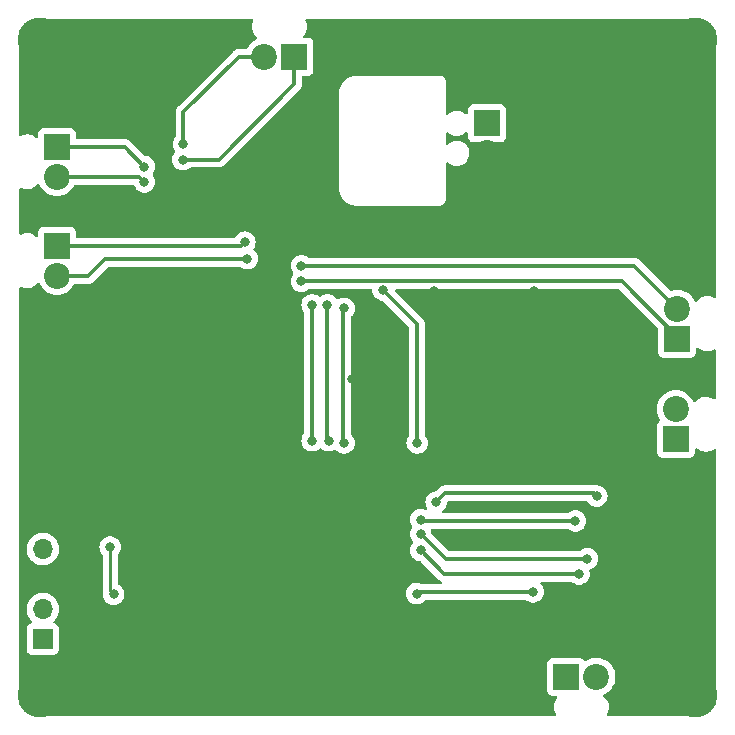
<source format=gbl>
G04 #@! TF.GenerationSoftware,KiCad,Pcbnew,(6.0.8)*
G04 #@! TF.CreationDate,2022-10-29T16:07:11-04:00*
G04 #@! TF.ProjectId,miura_board,6d697572-615f-4626-9f61-72642e6b6963,rev?*
G04 #@! TF.SameCoordinates,Original*
G04 #@! TF.FileFunction,Copper,L2,Bot*
G04 #@! TF.FilePolarity,Positive*
%FSLAX46Y46*%
G04 Gerber Fmt 4.6, Leading zero omitted, Abs format (unit mm)*
G04 Created by KiCad (PCBNEW (6.0.8)) date 2022-10-29 16:07:11*
%MOMM*%
%LPD*%
G01*
G04 APERTURE LIST*
G04 #@! TA.AperFunction,ComponentPad*
%ADD10R,2.200000X2.200000*%
G04 #@! TD*
G04 #@! TA.AperFunction,ComponentPad*
%ADD11C,2.200000*%
G04 #@! TD*
G04 #@! TA.AperFunction,ComponentPad*
%ADD12C,3.800000*%
G04 #@! TD*
G04 #@! TA.AperFunction,ComponentPad*
%ADD13R,1.700000X1.700000*%
G04 #@! TD*
G04 #@! TA.AperFunction,ComponentPad*
%ADD14O,1.700000X1.700000*%
G04 #@! TD*
G04 #@! TA.AperFunction,ViaPad*
%ADD15C,0.800000*%
G04 #@! TD*
G04 #@! TA.AperFunction,Conductor*
%ADD16C,0.300000*%
G04 #@! TD*
G04 #@! TA.AperFunction,Conductor*
%ADD17C,0.250000*%
G04 #@! TD*
G04 APERTURE END LIST*
D10*
X107830000Y-81200000D03*
D11*
X110370000Y-81200000D03*
D10*
X64700000Y-36330000D03*
D11*
X64700000Y-38870000D03*
D12*
X63300000Y-82700000D03*
D13*
X63500000Y-78000000D03*
D14*
X63500000Y-75460000D03*
X63500000Y-72920000D03*
X63500000Y-70380000D03*
D12*
X118700000Y-27300000D03*
D10*
X117100000Y-61070000D03*
D11*
X117100000Y-58530000D03*
D12*
X63300000Y-27300000D03*
D10*
X117200000Y-52570000D03*
D11*
X117200000Y-50030000D03*
X101100000Y-36870000D03*
D10*
X101100000Y-34330000D03*
D12*
X118700000Y-82700000D03*
D10*
X64700000Y-44700000D03*
D11*
X64700000Y-47240000D03*
D10*
X84800000Y-28700000D03*
D11*
X82260000Y-28700000D03*
D15*
X118800000Y-38700000D03*
X90300000Y-76700000D03*
X96600000Y-48500000D03*
X112300000Y-45000000D03*
X106500000Y-45000000D03*
X66400000Y-53800000D03*
X118800000Y-36400000D03*
X104200000Y-75600000D03*
X98100000Y-82500000D03*
X63900000Y-60200000D03*
X101000000Y-40200000D03*
X105100000Y-48500000D03*
X100200000Y-82500000D03*
X73000000Y-52800000D03*
X104300000Y-69800000D03*
X89700000Y-56000000D03*
X72700000Y-76700000D03*
X96000000Y-82600000D03*
X90900000Y-45300000D03*
X108500000Y-45000000D03*
X111400000Y-30400000D03*
X67100000Y-68000000D03*
X64600000Y-65900000D03*
X81500000Y-36800000D03*
X84300000Y-72900000D03*
X110500000Y-45000000D03*
X113300000Y-32600000D03*
X113600000Y-70200000D03*
X102200000Y-82500000D03*
X118800000Y-31000000D03*
X101000000Y-52500000D03*
X80600000Y-44400000D03*
X80800000Y-45800000D03*
X72100000Y-38000000D03*
X72100000Y-39300000D03*
X75350500Y-37400000D03*
X85400000Y-47700000D03*
X85400000Y-46400000D03*
X108600000Y-68000000D03*
X95500000Y-67900000D03*
X96800000Y-66400000D03*
X110400000Y-65900000D03*
X109600000Y-71200000D03*
X95500000Y-69100000D03*
X95500000Y-70500000D03*
X108900000Y-72500000D03*
X69500000Y-74200000D03*
X69200000Y-70200000D03*
X95140000Y-74160000D03*
X105000000Y-74000000D03*
X75400000Y-36100000D03*
X89000000Y-50000000D03*
X89000000Y-61400000D03*
X95200000Y-61400000D03*
X92300000Y-48449500D03*
X87700000Y-61200000D03*
X87600000Y-49700000D03*
X86300000Y-49700000D03*
X86300000Y-61200000D03*
D16*
X80600000Y-44400000D02*
X80300000Y-44700000D01*
X80300000Y-44700000D02*
X64700000Y-44700000D01*
X68800000Y-45800000D02*
X67300000Y-47300000D01*
X67300000Y-47300000D02*
X67240000Y-47240000D01*
X80800000Y-45800000D02*
X68800000Y-45800000D01*
X67240000Y-47240000D02*
X64700000Y-47240000D01*
X72100000Y-38000000D02*
X70430000Y-36330000D01*
X70430000Y-36330000D02*
X64700000Y-36330000D01*
X72100000Y-39300000D02*
X71670000Y-38870000D01*
X71670000Y-38870000D02*
X64700000Y-38870000D01*
X75350500Y-37400000D02*
X78400000Y-37400000D01*
X84800000Y-31000000D02*
X84800000Y-28700000D01*
X78400000Y-37400000D02*
X84800000Y-31000000D01*
X117200000Y-52400000D02*
X117200000Y-52570000D01*
X85400000Y-47700000D02*
X112500000Y-47700000D01*
X112500000Y-47700000D02*
X117200000Y-52400000D01*
X113570000Y-46400000D02*
X117200000Y-50030000D01*
X85400000Y-46400000D02*
X113570000Y-46400000D01*
X108600000Y-68000000D02*
X95600000Y-68000000D01*
X95600000Y-68000000D02*
X95500000Y-67900000D01*
X97550000Y-65650000D02*
X96800000Y-66400000D01*
X110150000Y-65650000D02*
X97550000Y-65650000D01*
X110400000Y-65900000D02*
X110150000Y-65650000D01*
X97600000Y-71200000D02*
X95500000Y-69100000D01*
X109600000Y-71200000D02*
X97600000Y-71200000D01*
X97500000Y-72500000D02*
X95500000Y-70500000D01*
X108900000Y-72500000D02*
X97500000Y-72500000D01*
D17*
X69200000Y-70200000D02*
X69200000Y-73900000D01*
X69200000Y-73900000D02*
X69500000Y-74200000D01*
D16*
X105000000Y-74000000D02*
X95300000Y-74000000D01*
X95300000Y-74000000D02*
X95140000Y-74160000D01*
X75400000Y-33400000D02*
X80100000Y-28700000D01*
X75400000Y-36100000D02*
X75400000Y-33400000D01*
X80100000Y-28700000D02*
X82260000Y-28700000D01*
X89000000Y-50000000D02*
X88950000Y-50050000D01*
X88950000Y-50050000D02*
X88950000Y-61350000D01*
X92300000Y-48449500D02*
X95200000Y-51349500D01*
X95200000Y-51349500D02*
X95200000Y-61400000D01*
X87600000Y-61100000D02*
X87700000Y-61200000D01*
X87600000Y-49700000D02*
X87600000Y-61100000D01*
X86300000Y-49700000D02*
X86300000Y-61200000D01*
G04 #@! TA.AperFunction,Conductor*
G36*
X81265645Y-25528502D02*
G01*
X81312138Y-25582158D01*
X81322242Y-25652432D01*
X81308360Y-25694428D01*
X81279486Y-25747830D01*
X81218102Y-25946129D01*
X81217458Y-25952254D01*
X81217458Y-25952255D01*
X81215926Y-25966836D01*
X81196404Y-26152575D01*
X81215218Y-26359303D01*
X81216956Y-26365209D01*
X81216957Y-26365213D01*
X81260473Y-26513068D01*
X81273827Y-26558440D01*
X81369999Y-26742400D01*
X81500071Y-26904177D01*
X81504789Y-26908135D01*
X81504791Y-26908138D01*
X81635881Y-27018136D01*
X81675207Y-27077245D01*
X81676333Y-27148233D01*
X81638902Y-27208561D01*
X81603108Y-27231065D01*
X81589411Y-27236739D01*
X81532072Y-27260489D01*
X81532068Y-27260491D01*
X81527498Y-27262384D01*
X81311624Y-27394672D01*
X81119102Y-27559102D01*
X80954672Y-27751624D01*
X80822384Y-27967498D01*
X80820489Y-27972073D01*
X80820169Y-27972701D01*
X80771422Y-28024317D01*
X80707901Y-28041500D01*
X80182059Y-28041500D01*
X80170203Y-28040941D01*
X80162463Y-28039211D01*
X80154537Y-28039460D01*
X80154536Y-28039460D01*
X80091611Y-28041438D01*
X80087653Y-28041500D01*
X80058568Y-28041500D01*
X80054637Y-28041997D01*
X80054630Y-28041997D01*
X80054179Y-28042054D01*
X80042343Y-28042986D01*
X79996169Y-28044438D01*
X79975579Y-28050420D01*
X79956218Y-28054430D01*
X79949230Y-28055312D01*
X79942796Y-28056125D01*
X79942795Y-28056125D01*
X79934936Y-28057118D01*
X79927571Y-28060034D01*
X79927567Y-28060035D01*
X79891979Y-28074126D01*
X79880769Y-28077965D01*
X79836400Y-28090855D01*
X79817935Y-28101775D01*
X79800195Y-28110466D01*
X79780244Y-28118365D01*
X79742874Y-28145516D01*
X79732952Y-28152033D01*
X79700023Y-28171507D01*
X79700019Y-28171510D01*
X79693193Y-28175547D01*
X79678029Y-28190711D01*
X79662996Y-28203551D01*
X79645643Y-28216159D01*
X79616198Y-28251752D01*
X79608208Y-28260532D01*
X74992395Y-32876345D01*
X74983615Y-32884335D01*
X74983613Y-32884337D01*
X74976920Y-32888584D01*
X74971494Y-32894362D01*
X74971493Y-32894363D01*
X74928396Y-32940257D01*
X74925641Y-32943099D01*
X74905073Y-32963667D01*
X74902356Y-32967170D01*
X74894648Y-32976195D01*
X74863028Y-33009867D01*
X74859207Y-33016818D01*
X74859206Y-33016819D01*
X74852697Y-33028658D01*
X74841843Y-33045182D01*
X74834018Y-33055271D01*
X74828696Y-33062132D01*
X74825549Y-33069404D01*
X74825548Y-33069406D01*
X74810346Y-33104535D01*
X74805124Y-33115195D01*
X74782876Y-33155663D01*
X74777541Y-33176441D01*
X74771142Y-33195131D01*
X74762620Y-33214824D01*
X74761380Y-33222655D01*
X74755394Y-33260448D01*
X74752987Y-33272071D01*
X74741500Y-33316812D01*
X74741500Y-33338259D01*
X74739949Y-33357969D01*
X74736594Y-33379152D01*
X74737340Y-33387043D01*
X74740941Y-33425138D01*
X74741500Y-33436996D01*
X74741500Y-35425241D01*
X74721498Y-35493362D01*
X74709136Y-35509551D01*
X74660960Y-35563056D01*
X74640876Y-35597842D01*
X74581238Y-35701139D01*
X74565473Y-35728444D01*
X74506458Y-35910072D01*
X74505768Y-35916633D01*
X74505768Y-35916635D01*
X74504180Y-35931745D01*
X74486496Y-36100000D01*
X74506458Y-36289928D01*
X74565473Y-36471556D01*
X74660960Y-36636944D01*
X74665379Y-36641852D01*
X74669261Y-36647195D01*
X74667151Y-36648728D01*
X74692816Y-36702249D01*
X74684030Y-36772700D01*
X74662095Y-36806820D01*
X74611460Y-36863056D01*
X74575829Y-36924770D01*
X74527487Y-37008502D01*
X74515973Y-37028444D01*
X74456958Y-37210072D01*
X74456268Y-37216633D01*
X74456268Y-37216635D01*
X74449380Y-37282170D01*
X74436996Y-37400000D01*
X74437686Y-37406565D01*
X74451744Y-37540316D01*
X74456958Y-37589928D01*
X74515973Y-37771556D01*
X74611460Y-37936944D01*
X74615878Y-37941851D01*
X74615879Y-37941852D01*
X74726053Y-38064213D01*
X74739247Y-38078866D01*
X74893748Y-38191118D01*
X74899776Y-38193802D01*
X74899778Y-38193803D01*
X75015194Y-38245189D01*
X75068212Y-38268794D01*
X75156687Y-38287600D01*
X75248556Y-38307128D01*
X75248561Y-38307128D01*
X75255013Y-38308500D01*
X75445987Y-38308500D01*
X75452439Y-38307128D01*
X75452444Y-38307128D01*
X75544313Y-38287600D01*
X75632788Y-38268794D01*
X75685806Y-38245189D01*
X75801222Y-38193803D01*
X75801224Y-38193802D01*
X75807252Y-38191118D01*
X75897123Y-38125823D01*
X75904626Y-38120371D01*
X75956663Y-38082564D01*
X76023531Y-38058706D01*
X76030724Y-38058500D01*
X78317944Y-38058500D01*
X78329800Y-38059059D01*
X78329803Y-38059059D01*
X78337537Y-38060788D01*
X78408369Y-38058562D01*
X78412327Y-38058500D01*
X78441432Y-38058500D01*
X78445832Y-38057944D01*
X78457664Y-38057012D01*
X78503831Y-38055562D01*
X78524421Y-38049580D01*
X78543782Y-38045570D01*
X78550770Y-38044688D01*
X78557204Y-38043875D01*
X78557205Y-38043875D01*
X78565064Y-38042882D01*
X78572429Y-38039966D01*
X78572433Y-38039965D01*
X78608021Y-38025874D01*
X78619231Y-38022035D01*
X78663600Y-38009145D01*
X78682065Y-37998225D01*
X78699805Y-37989534D01*
X78719756Y-37981635D01*
X78757129Y-37954482D01*
X78767048Y-37947967D01*
X78799977Y-37928493D01*
X78799981Y-37928490D01*
X78806807Y-37924453D01*
X78821971Y-37909289D01*
X78837005Y-37896448D01*
X78838511Y-37895354D01*
X78854357Y-37883841D01*
X78883803Y-37848247D01*
X78891792Y-37839468D01*
X85207605Y-31523655D01*
X85216385Y-31515665D01*
X85216387Y-31515663D01*
X85223080Y-31511416D01*
X85271605Y-31459742D01*
X85274359Y-31456901D01*
X85294927Y-31436333D01*
X85297647Y-31432826D01*
X85305353Y-31423804D01*
X85331544Y-31395913D01*
X85336972Y-31390133D01*
X85340794Y-31383181D01*
X85347303Y-31371342D01*
X85358157Y-31354818D01*
X85366445Y-31344132D01*
X85371304Y-31337868D01*
X85378680Y-31320823D01*
X85389654Y-31295465D01*
X85394876Y-31284805D01*
X85413305Y-31251284D01*
X85413306Y-31251282D01*
X85417124Y-31244337D01*
X85422459Y-31223559D01*
X85428858Y-31204869D01*
X85437380Y-31185176D01*
X85444606Y-31139552D01*
X85447013Y-31127929D01*
X85456528Y-31090868D01*
X85458500Y-31083188D01*
X85458500Y-31061741D01*
X85460051Y-31042031D01*
X85462166Y-31028677D01*
X85463406Y-31020848D01*
X85459059Y-30974859D01*
X85458500Y-30963004D01*
X85458500Y-30434500D01*
X85478502Y-30366379D01*
X85532158Y-30319886D01*
X85584500Y-30308500D01*
X85948134Y-30308500D01*
X86010316Y-30301745D01*
X86146705Y-30250615D01*
X86263261Y-30163261D01*
X86350615Y-30046705D01*
X86401745Y-29910316D01*
X86408500Y-29848134D01*
X86408500Y-27551866D01*
X86401745Y-27489684D01*
X86350615Y-27353295D01*
X86263261Y-27236739D01*
X86146705Y-27149385D01*
X86010316Y-27098255D01*
X85948134Y-27091500D01*
X85670978Y-27091500D01*
X85602857Y-27071498D01*
X85556364Y-27017842D01*
X85546260Y-26947568D01*
X85573894Y-26885184D01*
X85614314Y-26836326D01*
X85681783Y-26754770D01*
X85685876Y-26747201D01*
X85777584Y-26577590D01*
X85777586Y-26577585D01*
X85780514Y-26572170D01*
X85841898Y-26373871D01*
X85843429Y-26359303D01*
X85862952Y-26173554D01*
X85862952Y-26173552D01*
X85863596Y-26167425D01*
X85851382Y-26033218D01*
X85845341Y-25966836D01*
X85845340Y-25966833D01*
X85844782Y-25960697D01*
X85842298Y-25952255D01*
X85787912Y-25767469D01*
X85786173Y-25761560D01*
X85778995Y-25747830D01*
X85750266Y-25692876D01*
X85736431Y-25623240D01*
X85762441Y-25557179D01*
X85820037Y-25515667D01*
X85861927Y-25508500D01*
X118650633Y-25508500D01*
X118670018Y-25510000D01*
X118684851Y-25512310D01*
X118684855Y-25512310D01*
X118693724Y-25513691D01*
X118710012Y-25511561D01*
X118734589Y-25510767D01*
X118770364Y-25513112D01*
X118925596Y-25523287D01*
X118941936Y-25525438D01*
X119046164Y-25546170D01*
X119155579Y-25567934D01*
X119171489Y-25572197D01*
X119377756Y-25642215D01*
X119392982Y-25648522D01*
X119488392Y-25695572D01*
X119588347Y-25744864D01*
X119602613Y-25753101D01*
X119624117Y-25767469D01*
X119783726Y-25874117D01*
X119796801Y-25884150D01*
X119960572Y-26027773D01*
X119972227Y-26039428D01*
X120115850Y-26203199D01*
X120125883Y-26216274D01*
X120231187Y-26373871D01*
X120246897Y-26397383D01*
X120255138Y-26411657D01*
X120351478Y-26607018D01*
X120357784Y-26622242D01*
X120427803Y-26828511D01*
X120432066Y-26844421D01*
X120446823Y-26918610D01*
X120474562Y-27058064D01*
X120476713Y-27074404D01*
X120481628Y-27149385D01*
X120487825Y-27243919D01*
X120488763Y-27258236D01*
X120487733Y-27281350D01*
X120487690Y-27284854D01*
X120486309Y-27293724D01*
X120487473Y-27302626D01*
X120487473Y-27302628D01*
X120490436Y-27325283D01*
X120491500Y-27341621D01*
X120491500Y-49022123D01*
X120471498Y-49090244D01*
X120417842Y-49136737D01*
X120347568Y-49146841D01*
X120304799Y-49132538D01*
X120164402Y-49055354D01*
X120159005Y-49052387D01*
X119961139Y-48989621D01*
X119955022Y-48988935D01*
X119955018Y-48988934D01*
X119878402Y-48980341D01*
X119799587Y-48971500D01*
X119687763Y-48971500D01*
X119684707Y-48971800D01*
X119684700Y-48971800D01*
X119539534Y-48986034D01*
X119539531Y-48986035D01*
X119533408Y-48986635D01*
X119425099Y-49019335D01*
X119340593Y-49044848D01*
X119340590Y-49044849D01*
X119334685Y-49046632D01*
X119329240Y-49049527D01*
X119329238Y-49049528D01*
X119156847Y-49141191D01*
X119156845Y-49141192D01*
X119151401Y-49144087D01*
X119121132Y-49168774D01*
X118995311Y-49271390D01*
X118995308Y-49271393D01*
X118990536Y-49275285D01*
X118986608Y-49280033D01*
X118986607Y-49280034D01*
X118882637Y-49405711D01*
X118823803Y-49445449D01*
X118752825Y-49447070D01*
X118692238Y-49410061D01*
X118669144Y-49373613D01*
X118639511Y-49302072D01*
X118639509Y-49302068D01*
X118637616Y-49297498D01*
X118505328Y-49081624D01*
X118340898Y-48889102D01*
X118148376Y-48724672D01*
X117932502Y-48592384D01*
X117927932Y-48590491D01*
X117927928Y-48590489D01*
X117703164Y-48497389D01*
X117703162Y-48497388D01*
X117698591Y-48495495D01*
X117613968Y-48475179D01*
X117457216Y-48437546D01*
X117457210Y-48437545D01*
X117452403Y-48436391D01*
X117200000Y-48416526D01*
X116947597Y-48436391D01*
X116942790Y-48437545D01*
X116942784Y-48437546D01*
X116706215Y-48494341D01*
X116706213Y-48494342D01*
X116701409Y-48495495D01*
X116696845Y-48497385D01*
X116696157Y-48497609D01*
X116625190Y-48499635D01*
X116568129Y-48466870D01*
X114093655Y-45992395D01*
X114085665Y-45983615D01*
X114085663Y-45983613D01*
X114081416Y-45976920D01*
X114029742Y-45928395D01*
X114026901Y-45925641D01*
X114006333Y-45905073D01*
X114002826Y-45902353D01*
X113993804Y-45894647D01*
X113965913Y-45868456D01*
X113960133Y-45863028D01*
X113953181Y-45859206D01*
X113941342Y-45852697D01*
X113924818Y-45841843D01*
X113914132Y-45833555D01*
X113907868Y-45828696D01*
X113900596Y-45825549D01*
X113900594Y-45825548D01*
X113865465Y-45810346D01*
X113854805Y-45805124D01*
X113821284Y-45786695D01*
X113821282Y-45786694D01*
X113814337Y-45782876D01*
X113793559Y-45777541D01*
X113774869Y-45771142D01*
X113755176Y-45762620D01*
X113709552Y-45755394D01*
X113697929Y-45752987D01*
X113669928Y-45745798D01*
X113653188Y-45741500D01*
X113631741Y-45741500D01*
X113612031Y-45739949D01*
X113598677Y-45737834D01*
X113590848Y-45736594D01*
X113544859Y-45740941D01*
X113533004Y-45741500D01*
X86080224Y-45741500D01*
X86012103Y-45721498D01*
X86006163Y-45717436D01*
X86005909Y-45717251D01*
X85947267Y-45674645D01*
X85862094Y-45612763D01*
X85862093Y-45612762D01*
X85856752Y-45608882D01*
X85850724Y-45606198D01*
X85850722Y-45606197D01*
X85688319Y-45533891D01*
X85688318Y-45533891D01*
X85682288Y-45531206D01*
X85566889Y-45506677D01*
X85501944Y-45492872D01*
X85501939Y-45492872D01*
X85495487Y-45491500D01*
X85304513Y-45491500D01*
X85298061Y-45492872D01*
X85298056Y-45492872D01*
X85233111Y-45506677D01*
X85117712Y-45531206D01*
X85111682Y-45533891D01*
X85111681Y-45533891D01*
X84949278Y-45606197D01*
X84949276Y-45606198D01*
X84943248Y-45608882D01*
X84788747Y-45721134D01*
X84784326Y-45726044D01*
X84784325Y-45726045D01*
X84674589Y-45847920D01*
X84660960Y-45863056D01*
X84565473Y-46028444D01*
X84506458Y-46210072D01*
X84505768Y-46216633D01*
X84505768Y-46216635D01*
X84491322Y-46354087D01*
X84486496Y-46400000D01*
X84487186Y-46406565D01*
X84505270Y-46578621D01*
X84506458Y-46589928D01*
X84565473Y-46771556D01*
X84660960Y-46936944D01*
X84665378Y-46941851D01*
X84665379Y-46941852D01*
X84686843Y-46965690D01*
X84717561Y-47029697D01*
X84708796Y-47100151D01*
X84686843Y-47134310D01*
X84674589Y-47147920D01*
X84660960Y-47163056D01*
X84565473Y-47328444D01*
X84506458Y-47510072D01*
X84486496Y-47700000D01*
X84487186Y-47706565D01*
X84502920Y-47856262D01*
X84506458Y-47889928D01*
X84565473Y-48071556D01*
X84660960Y-48236944D01*
X84665378Y-48241851D01*
X84665379Y-48241852D01*
X84703299Y-48283966D01*
X84788747Y-48378866D01*
X84943248Y-48491118D01*
X84949276Y-48493802D01*
X84949278Y-48493803D01*
X85111681Y-48566109D01*
X85117712Y-48568794D01*
X85211113Y-48588647D01*
X85298056Y-48607128D01*
X85298061Y-48607128D01*
X85304513Y-48608500D01*
X85495487Y-48608500D01*
X85501939Y-48607128D01*
X85501944Y-48607128D01*
X85588887Y-48588647D01*
X85682288Y-48568794D01*
X85688319Y-48566109D01*
X85850722Y-48493803D01*
X85850724Y-48493802D01*
X85856752Y-48491118D01*
X85890127Y-48466870D01*
X86004693Y-48383632D01*
X86006163Y-48382564D01*
X86073031Y-48358706D01*
X86080224Y-48358500D01*
X91263480Y-48358500D01*
X91331601Y-48378502D01*
X91378094Y-48432158D01*
X91388790Y-48471329D01*
X91401785Y-48594970D01*
X91406458Y-48639428D01*
X91465473Y-48821056D01*
X91468776Y-48826778D01*
X91468777Y-48826779D01*
X91502686Y-48885510D01*
X91560960Y-48986444D01*
X91688747Y-49128366D01*
X91843248Y-49240618D01*
X91849276Y-49243302D01*
X91849278Y-49243303D01*
X92011681Y-49315609D01*
X92017712Y-49318294D01*
X92111112Y-49338147D01*
X92198056Y-49356628D01*
X92198061Y-49356628D01*
X92204513Y-49358000D01*
X92225050Y-49358000D01*
X92293171Y-49378002D01*
X92314145Y-49394905D01*
X94504595Y-51585354D01*
X94538620Y-51647666D01*
X94541500Y-51674449D01*
X94541500Y-60725241D01*
X94521498Y-60793362D01*
X94509136Y-60809551D01*
X94460960Y-60863056D01*
X94365473Y-61028444D01*
X94306458Y-61210072D01*
X94286496Y-61400000D01*
X94287186Y-61406565D01*
X94305129Y-61577279D01*
X94306458Y-61589928D01*
X94365473Y-61771556D01*
X94368776Y-61777278D01*
X94368777Y-61777279D01*
X94390080Y-61814177D01*
X94460960Y-61936944D01*
X94465378Y-61941851D01*
X94465379Y-61941852D01*
X94579678Y-62068794D01*
X94588747Y-62078866D01*
X94743248Y-62191118D01*
X94749276Y-62193802D01*
X94749278Y-62193803D01*
X94796252Y-62214717D01*
X94917712Y-62268794D01*
X95006728Y-62287715D01*
X95098056Y-62307128D01*
X95098061Y-62307128D01*
X95104513Y-62308500D01*
X95295487Y-62308500D01*
X95301939Y-62307128D01*
X95301944Y-62307128D01*
X95393272Y-62287715D01*
X95482288Y-62268794D01*
X95603748Y-62214717D01*
X95650722Y-62193803D01*
X95650724Y-62193802D01*
X95656752Y-62191118D01*
X95811253Y-62078866D01*
X95820322Y-62068794D01*
X95934621Y-61941852D01*
X95934622Y-61941851D01*
X95939040Y-61936944D01*
X96009920Y-61814177D01*
X96031223Y-61777279D01*
X96031224Y-61777278D01*
X96034527Y-61771556D01*
X96093542Y-61589928D01*
X96094872Y-61577279D01*
X96112814Y-61406565D01*
X96113504Y-61400000D01*
X96093542Y-61210072D01*
X96034527Y-61028444D01*
X95939040Y-60863056D01*
X95890864Y-60809551D01*
X95860146Y-60745544D01*
X95858500Y-60725241D01*
X95858500Y-51431556D01*
X95859059Y-51419700D01*
X95859059Y-51419697D01*
X95860788Y-51411963D01*
X95858562Y-51341131D01*
X95858500Y-51337173D01*
X95858500Y-51308068D01*
X95857944Y-51303668D01*
X95857012Y-51291830D01*
X95855811Y-51253594D01*
X95855562Y-51245669D01*
X95849580Y-51225079D01*
X95845570Y-51205716D01*
X95843875Y-51192296D01*
X95843875Y-51192295D01*
X95842882Y-51184436D01*
X95839966Y-51177071D01*
X95839965Y-51177067D01*
X95825874Y-51141479D01*
X95822035Y-51130269D01*
X95809145Y-51085900D01*
X95798229Y-51067443D01*
X95789534Y-51049693D01*
X95781635Y-51029744D01*
X95774109Y-51019385D01*
X95754477Y-50992364D01*
X95747960Y-50982443D01*
X95745555Y-50978376D01*
X95724452Y-50942693D01*
X95709291Y-50927532D01*
X95696449Y-50912497D01*
X95683841Y-50895143D01*
X95648241Y-50865692D01*
X95639462Y-50857703D01*
X93355355Y-48573595D01*
X93321329Y-48511283D01*
X93326394Y-48440467D01*
X93368941Y-48383632D01*
X93435461Y-48358821D01*
X93444450Y-48358500D01*
X112175050Y-48358500D01*
X112243171Y-48378502D01*
X112264145Y-48395405D01*
X115554595Y-51685855D01*
X115588621Y-51748167D01*
X115591500Y-51774950D01*
X115591500Y-53718134D01*
X115598255Y-53780316D01*
X115649385Y-53916705D01*
X115736739Y-54033261D01*
X115853295Y-54120615D01*
X115989684Y-54171745D01*
X116051866Y-54178500D01*
X118348134Y-54178500D01*
X118410316Y-54171745D01*
X118546705Y-54120615D01*
X118663261Y-54033261D01*
X118750615Y-53916705D01*
X118801745Y-53780316D01*
X118808500Y-53718134D01*
X118808500Y-53440420D01*
X118828502Y-53372299D01*
X118882158Y-53325806D01*
X118952432Y-53315702D01*
X119015491Y-53343898D01*
X119139089Y-53447609D01*
X119144481Y-53450573D01*
X119144485Y-53450576D01*
X119300375Y-53536277D01*
X119320995Y-53547613D01*
X119518861Y-53610379D01*
X119524978Y-53611065D01*
X119524982Y-53611066D01*
X119601598Y-53619659D01*
X119680413Y-53628500D01*
X119792237Y-53628500D01*
X119795293Y-53628200D01*
X119795300Y-53628200D01*
X119940466Y-53613966D01*
X119940469Y-53613965D01*
X119946592Y-53613365D01*
X120078546Y-53573526D01*
X120139407Y-53555152D01*
X120139410Y-53555151D01*
X120145315Y-53553368D01*
X120156139Y-53547613D01*
X120226217Y-53510351D01*
X120306347Y-53467745D01*
X120375883Y-53453425D01*
X120442124Y-53478972D01*
X120484037Y-53536277D01*
X120491500Y-53578996D01*
X120491500Y-57592452D01*
X120471498Y-57660573D01*
X120417842Y-57707066D01*
X120347568Y-57717170D01*
X120284509Y-57688974D01*
X120245629Y-57656350D01*
X120240911Y-57652391D01*
X120235519Y-57649427D01*
X120235515Y-57649424D01*
X120064402Y-57555354D01*
X120059005Y-57552387D01*
X119861139Y-57489621D01*
X119855022Y-57488935D01*
X119855018Y-57488934D01*
X119778402Y-57480341D01*
X119699587Y-57471500D01*
X119587763Y-57471500D01*
X119584707Y-57471800D01*
X119584700Y-57471800D01*
X119439534Y-57486034D01*
X119439531Y-57486035D01*
X119433408Y-57486635D01*
X119301454Y-57526474D01*
X119240593Y-57544848D01*
X119240590Y-57544849D01*
X119234685Y-57546632D01*
X119229240Y-57549527D01*
X119229238Y-57549528D01*
X119056847Y-57641191D01*
X119056845Y-57641192D01*
X119051401Y-57644087D01*
X119036365Y-57656350D01*
X118895311Y-57771390D01*
X118895308Y-57771393D01*
X118890536Y-57775285D01*
X118886608Y-57780033D01*
X118886607Y-57780034D01*
X118782637Y-57905711D01*
X118723803Y-57945449D01*
X118652825Y-57947070D01*
X118592238Y-57910061D01*
X118569144Y-57873613D01*
X118539511Y-57802072D01*
X118539509Y-57802068D01*
X118537616Y-57797498D01*
X118405328Y-57581624D01*
X118240898Y-57389102D01*
X118048376Y-57224672D01*
X117832502Y-57092384D01*
X117827932Y-57090491D01*
X117827928Y-57090489D01*
X117603164Y-56997389D01*
X117603162Y-56997388D01*
X117598591Y-56995495D01*
X117513968Y-56975179D01*
X117357216Y-56937546D01*
X117357210Y-56937545D01*
X117352403Y-56936391D01*
X117100000Y-56916526D01*
X116847597Y-56936391D01*
X116842790Y-56937545D01*
X116842784Y-56937546D01*
X116686032Y-56975179D01*
X116601409Y-56995495D01*
X116596838Y-56997388D01*
X116596836Y-56997389D01*
X116372072Y-57090489D01*
X116372068Y-57090491D01*
X116367498Y-57092384D01*
X116151624Y-57224672D01*
X115959102Y-57389102D01*
X115794672Y-57581624D01*
X115662384Y-57797498D01*
X115660491Y-57802068D01*
X115660489Y-57802072D01*
X115600429Y-57947070D01*
X115565495Y-58031409D01*
X115506391Y-58277597D01*
X115486526Y-58530000D01*
X115506391Y-58782403D01*
X115565495Y-59028591D01*
X115567388Y-59033162D01*
X115567389Y-59033164D01*
X115660488Y-59257924D01*
X115662384Y-59262502D01*
X115664970Y-59266722D01*
X115738913Y-59387386D01*
X115757451Y-59455920D01*
X115735995Y-59523596D01*
X115707047Y-59554046D01*
X115636739Y-59606739D01*
X115549385Y-59723295D01*
X115498255Y-59859684D01*
X115491500Y-59921866D01*
X115491500Y-62218134D01*
X115498255Y-62280316D01*
X115549385Y-62416705D01*
X115636739Y-62533261D01*
X115753295Y-62620615D01*
X115889684Y-62671745D01*
X115951866Y-62678500D01*
X118248134Y-62678500D01*
X118310316Y-62671745D01*
X118446705Y-62620615D01*
X118563261Y-62533261D01*
X118650615Y-62416705D01*
X118701745Y-62280316D01*
X118708500Y-62218134D01*
X118708500Y-61940420D01*
X118728502Y-61872299D01*
X118782158Y-61825806D01*
X118852432Y-61815702D01*
X118915491Y-61843898D01*
X118951312Y-61873955D01*
X119039089Y-61947609D01*
X119044481Y-61950573D01*
X119044485Y-61950576D01*
X119118231Y-61991118D01*
X119220995Y-62047613D01*
X119418861Y-62110379D01*
X119424978Y-62111065D01*
X119424982Y-62111066D01*
X119501598Y-62119659D01*
X119580413Y-62128500D01*
X119692237Y-62128500D01*
X119695293Y-62128200D01*
X119695300Y-62128200D01*
X119840466Y-62113966D01*
X119840469Y-62113965D01*
X119846592Y-62113365D01*
X119978546Y-62073526D01*
X120039407Y-62055152D01*
X120039410Y-62055151D01*
X120045315Y-62053368D01*
X120052635Y-62049476D01*
X120223153Y-61958809D01*
X120223155Y-61958808D01*
X120228599Y-61955913D01*
X120233374Y-61952019D01*
X120233384Y-61952012D01*
X120285865Y-61909209D01*
X120351296Y-61881655D01*
X120421238Y-61893851D01*
X120473483Y-61941923D01*
X120491500Y-62006852D01*
X120491500Y-82650633D01*
X120490000Y-82670018D01*
X120487690Y-82684851D01*
X120487690Y-82684855D01*
X120486309Y-82693724D01*
X120488136Y-82707694D01*
X120488439Y-82710010D01*
X120489233Y-82734590D01*
X120476713Y-82925596D01*
X120474562Y-82941936D01*
X120432067Y-83155576D01*
X120427803Y-83171489D01*
X120372734Y-83333717D01*
X120357785Y-83377756D01*
X120351478Y-83392982D01*
X120281549Y-83534787D01*
X120255138Y-83588343D01*
X120246897Y-83602617D01*
X120125883Y-83783726D01*
X120115850Y-83796801D01*
X119972227Y-83960572D01*
X119960572Y-83972227D01*
X119796801Y-84115850D01*
X119783726Y-84125883D01*
X119744385Y-84152170D01*
X119602613Y-84246899D01*
X119588347Y-84255136D01*
X119488392Y-84304428D01*
X119392982Y-84351478D01*
X119377758Y-84357784D01*
X119171489Y-84427803D01*
X119155579Y-84432066D01*
X119101511Y-84442821D01*
X118941936Y-84474562D01*
X118925596Y-84476713D01*
X118811727Y-84484177D01*
X118741763Y-84488763D01*
X118718650Y-84487733D01*
X118715146Y-84487690D01*
X118706276Y-84486309D01*
X118697374Y-84487473D01*
X118697372Y-84487473D01*
X118683915Y-84489233D01*
X118674714Y-84490436D01*
X118658379Y-84491500D01*
X111378406Y-84491500D01*
X111310285Y-84471498D01*
X111263792Y-84417842D01*
X111253688Y-84347568D01*
X111267569Y-84305575D01*
X111350514Y-84152170D01*
X111411898Y-83953871D01*
X111413429Y-83939303D01*
X111432952Y-83753554D01*
X111432952Y-83753552D01*
X111433596Y-83747425D01*
X111414782Y-83540697D01*
X111412298Y-83532255D01*
X111357912Y-83347469D01*
X111356173Y-83341560D01*
X111260001Y-83157600D01*
X111129929Y-82995823D01*
X111125211Y-82991865D01*
X111125209Y-82991862D01*
X110994119Y-82881864D01*
X110954793Y-82822755D01*
X110953667Y-82751767D01*
X110991098Y-82691439D01*
X111026892Y-82668935D01*
X111057919Y-82656083D01*
X111097928Y-82639511D01*
X111097932Y-82639509D01*
X111102502Y-82637616D01*
X111318376Y-82505328D01*
X111510898Y-82340898D01*
X111675328Y-82148376D01*
X111807616Y-81932502D01*
X111904505Y-81698591D01*
X111963609Y-81452403D01*
X111983474Y-81200000D01*
X111963609Y-80947597D01*
X111904505Y-80701409D01*
X111807616Y-80467498D01*
X111675328Y-80251624D01*
X111510898Y-80059102D01*
X111318376Y-79894672D01*
X111102502Y-79762384D01*
X111097932Y-79760491D01*
X111097928Y-79760489D01*
X110873164Y-79667389D01*
X110873162Y-79667388D01*
X110868591Y-79665495D01*
X110783968Y-79645179D01*
X110627216Y-79607546D01*
X110627210Y-79607545D01*
X110622403Y-79606391D01*
X110370000Y-79586526D01*
X110117597Y-79606391D01*
X110112790Y-79607545D01*
X110112784Y-79607546D01*
X109956032Y-79645179D01*
X109871409Y-79665495D01*
X109866838Y-79667388D01*
X109866836Y-79667389D01*
X109642072Y-79760489D01*
X109642068Y-79760491D01*
X109637498Y-79762384D01*
X109633278Y-79764970D01*
X109512614Y-79838913D01*
X109444080Y-79857451D01*
X109376404Y-79835995D01*
X109345953Y-79807046D01*
X109293261Y-79736739D01*
X109176705Y-79649385D01*
X109040316Y-79598255D01*
X108978134Y-79591500D01*
X106681866Y-79591500D01*
X106619684Y-79598255D01*
X106483295Y-79649385D01*
X106366739Y-79736739D01*
X106279385Y-79853295D01*
X106228255Y-79989684D01*
X106221500Y-80051866D01*
X106221500Y-82348134D01*
X106228255Y-82410316D01*
X106279385Y-82546705D01*
X106366739Y-82663261D01*
X106483295Y-82750615D01*
X106619684Y-82801745D01*
X106681866Y-82808500D01*
X106959022Y-82808500D01*
X107027143Y-82828502D01*
X107073636Y-82882158D01*
X107083740Y-82952432D01*
X107056106Y-83014815D01*
X106948217Y-83145230D01*
X106945288Y-83150647D01*
X106945286Y-83150650D01*
X106852416Y-83322410D01*
X106852414Y-83322415D01*
X106849486Y-83327830D01*
X106788102Y-83526129D01*
X106787458Y-83532254D01*
X106787458Y-83532255D01*
X106785926Y-83546836D01*
X106766404Y-83732575D01*
X106785218Y-83939303D01*
X106786956Y-83945209D01*
X106786957Y-83945213D01*
X106793305Y-83966782D01*
X106843827Y-84138440D01*
X106846681Y-84143899D01*
X106932013Y-84307125D01*
X106945847Y-84376761D01*
X106919837Y-84442821D01*
X106862241Y-84484333D01*
X106820351Y-84491500D01*
X63349367Y-84491500D01*
X63329982Y-84490000D01*
X63315149Y-84487690D01*
X63315145Y-84487690D01*
X63306276Y-84486309D01*
X63289988Y-84488439D01*
X63265411Y-84489233D01*
X63220801Y-84486309D01*
X63074404Y-84476713D01*
X63058064Y-84474562D01*
X62898489Y-84442821D01*
X62844421Y-84432066D01*
X62828511Y-84427803D01*
X62622242Y-84357784D01*
X62607018Y-84351478D01*
X62511608Y-84304428D01*
X62411653Y-84255136D01*
X62397387Y-84246899D01*
X62255615Y-84152170D01*
X62216274Y-84125883D01*
X62203199Y-84115850D01*
X62039428Y-83972227D01*
X62027773Y-83960572D01*
X61884150Y-83796801D01*
X61874117Y-83783726D01*
X61753103Y-83602617D01*
X61744862Y-83588343D01*
X61718452Y-83534787D01*
X61648522Y-83392982D01*
X61642215Y-83377756D01*
X61627266Y-83333717D01*
X61572197Y-83171489D01*
X61567933Y-83155576D01*
X61525438Y-82941936D01*
X61523287Y-82925596D01*
X61511476Y-82745407D01*
X61512650Y-82722232D01*
X61512334Y-82722204D01*
X61512770Y-82717344D01*
X61513576Y-82712552D01*
X61513729Y-82700000D01*
X61509773Y-82672376D01*
X61508500Y-82654514D01*
X61508500Y-75426695D01*
X62137251Y-75426695D01*
X62137548Y-75431848D01*
X62137548Y-75431851D01*
X62143011Y-75526590D01*
X62150110Y-75649715D01*
X62151247Y-75654761D01*
X62151248Y-75654767D01*
X62171119Y-75742939D01*
X62199222Y-75867639D01*
X62283266Y-76074616D01*
X62399987Y-76265088D01*
X62546250Y-76433938D01*
X62550230Y-76437242D01*
X62554981Y-76441187D01*
X62594616Y-76500090D01*
X62596113Y-76571071D01*
X62558997Y-76631593D01*
X62518724Y-76656112D01*
X62403295Y-76699385D01*
X62286739Y-76786739D01*
X62199385Y-76903295D01*
X62148255Y-77039684D01*
X62141500Y-77101866D01*
X62141500Y-78898134D01*
X62148255Y-78960316D01*
X62199385Y-79096705D01*
X62286739Y-79213261D01*
X62403295Y-79300615D01*
X62539684Y-79351745D01*
X62601866Y-79358500D01*
X64398134Y-79358500D01*
X64460316Y-79351745D01*
X64596705Y-79300615D01*
X64713261Y-79213261D01*
X64800615Y-79096705D01*
X64851745Y-78960316D01*
X64858500Y-78898134D01*
X64858500Y-77101866D01*
X64851745Y-77039684D01*
X64800615Y-76903295D01*
X64713261Y-76786739D01*
X64596705Y-76699385D01*
X64584132Y-76694672D01*
X64478203Y-76654960D01*
X64421439Y-76612318D01*
X64396739Y-76545756D01*
X64411947Y-76476408D01*
X64433493Y-76447727D01*
X64534435Y-76347137D01*
X64538096Y-76343489D01*
X64597594Y-76260689D01*
X64665435Y-76166277D01*
X64668453Y-76162077D01*
X64767430Y-75961811D01*
X64832370Y-75748069D01*
X64861529Y-75526590D01*
X64863156Y-75460000D01*
X64844852Y-75237361D01*
X64790431Y-75020702D01*
X64701354Y-74815840D01*
X64612506Y-74678502D01*
X64582822Y-74632617D01*
X64582820Y-74632614D01*
X64580014Y-74628277D01*
X64429670Y-74463051D01*
X64425619Y-74459852D01*
X64425615Y-74459848D01*
X64258414Y-74327800D01*
X64258410Y-74327798D01*
X64254359Y-74324598D01*
X64058789Y-74216638D01*
X64053920Y-74214914D01*
X64053916Y-74214912D01*
X63853087Y-74143795D01*
X63853083Y-74143794D01*
X63848212Y-74142069D01*
X63843119Y-74141162D01*
X63843116Y-74141161D01*
X63633373Y-74103800D01*
X63633367Y-74103799D01*
X63628284Y-74102894D01*
X63554452Y-74101992D01*
X63410081Y-74100228D01*
X63410079Y-74100228D01*
X63404911Y-74100165D01*
X63184091Y-74133955D01*
X62971756Y-74203357D01*
X62773607Y-74306507D01*
X62769474Y-74309610D01*
X62769471Y-74309612D01*
X62599100Y-74437530D01*
X62594965Y-74440635D01*
X62440629Y-74602138D01*
X62314743Y-74786680D01*
X62220688Y-74989305D01*
X62160989Y-75204570D01*
X62137251Y-75426695D01*
X61508500Y-75426695D01*
X61508500Y-70346695D01*
X62137251Y-70346695D01*
X62137548Y-70351848D01*
X62137548Y-70351851D01*
X62143011Y-70446590D01*
X62150110Y-70569715D01*
X62151247Y-70574761D01*
X62151248Y-70574767D01*
X62171119Y-70662939D01*
X62199222Y-70787639D01*
X62283266Y-70994616D01*
X62296759Y-71016635D01*
X62393165Y-71173955D01*
X62399987Y-71185088D01*
X62546250Y-71353938D01*
X62718126Y-71496632D01*
X62911000Y-71609338D01*
X63119692Y-71689030D01*
X63124760Y-71690061D01*
X63124763Y-71690062D01*
X63232017Y-71711883D01*
X63338597Y-71733567D01*
X63343772Y-71733757D01*
X63343774Y-71733757D01*
X63556673Y-71741564D01*
X63556677Y-71741564D01*
X63561837Y-71741753D01*
X63566957Y-71741097D01*
X63566959Y-71741097D01*
X63778288Y-71714025D01*
X63778289Y-71714025D01*
X63783416Y-71713368D01*
X63788366Y-71711883D01*
X63992429Y-71650661D01*
X63992434Y-71650659D01*
X63997384Y-71649174D01*
X64197994Y-71550896D01*
X64379860Y-71421173D01*
X64392578Y-71408500D01*
X64534435Y-71267137D01*
X64538096Y-71263489D01*
X64597594Y-71180689D01*
X64665435Y-71086277D01*
X64668453Y-71082077D01*
X64688334Y-71041852D01*
X64765136Y-70886453D01*
X64765137Y-70886451D01*
X64767430Y-70881811D01*
X64799900Y-70774940D01*
X64830865Y-70673023D01*
X64830865Y-70673021D01*
X64832370Y-70668069D01*
X64861529Y-70446590D01*
X64861611Y-70443240D01*
X64863074Y-70383365D01*
X64863074Y-70383361D01*
X64863156Y-70380000D01*
X64848358Y-70200000D01*
X68286496Y-70200000D01*
X68287186Y-70206565D01*
X68305415Y-70380000D01*
X68306458Y-70389928D01*
X68365473Y-70571556D01*
X68460960Y-70736944D01*
X68534137Y-70818215D01*
X68564853Y-70882221D01*
X68566500Y-70902524D01*
X68566500Y-73821233D01*
X68565973Y-73832416D01*
X68564298Y-73839909D01*
X68564547Y-73847835D01*
X68564547Y-73847836D01*
X68566438Y-73907986D01*
X68566500Y-73911945D01*
X68566500Y-73939856D01*
X68566997Y-73943790D01*
X68566997Y-73943791D01*
X68567005Y-73943856D01*
X68567938Y-73955693D01*
X68569327Y-73999889D01*
X68574978Y-74019339D01*
X68578987Y-74038700D01*
X68581526Y-74058797D01*
X68584445Y-74066170D01*
X68584446Y-74066173D01*
X68585788Y-74069564D01*
X68586328Y-74073504D01*
X68586416Y-74073848D01*
X68586376Y-74073858D01*
X68593946Y-74129116D01*
X68586496Y-74200000D01*
X68587186Y-74206565D01*
X68605129Y-74377279D01*
X68606458Y-74389928D01*
X68665473Y-74571556D01*
X68668776Y-74577278D01*
X68668777Y-74577279D01*
X68696015Y-74624457D01*
X68760960Y-74736944D01*
X68765378Y-74741851D01*
X68765379Y-74741852D01*
X68879678Y-74868794D01*
X68888747Y-74878866D01*
X68927646Y-74907128D01*
X69034291Y-74984610D01*
X69043248Y-74991118D01*
X69049276Y-74993802D01*
X69049278Y-74993803D01*
X69211681Y-75066109D01*
X69217712Y-75068794D01*
X69311113Y-75088647D01*
X69398056Y-75107128D01*
X69398061Y-75107128D01*
X69404513Y-75108500D01*
X69595487Y-75108500D01*
X69601939Y-75107128D01*
X69601944Y-75107128D01*
X69688887Y-75088647D01*
X69782288Y-75068794D01*
X69788319Y-75066109D01*
X69950722Y-74993803D01*
X69950724Y-74993802D01*
X69956752Y-74991118D01*
X69965710Y-74984610D01*
X70072354Y-74907128D01*
X70111253Y-74878866D01*
X70120322Y-74868794D01*
X70234621Y-74741852D01*
X70234622Y-74741851D01*
X70239040Y-74736944D01*
X70303985Y-74624457D01*
X70331223Y-74577279D01*
X70331224Y-74577278D01*
X70334527Y-74571556D01*
X70393542Y-74389928D01*
X70394872Y-74377279D01*
X70412814Y-74206565D01*
X70413504Y-74200000D01*
X70409300Y-74160000D01*
X94226496Y-74160000D01*
X94227186Y-74166565D01*
X94242221Y-74309612D01*
X94246458Y-74349928D01*
X94305473Y-74531556D01*
X94400960Y-74696944D01*
X94405378Y-74701851D01*
X94405379Y-74701852D01*
X94485986Y-74791375D01*
X94528747Y-74838866D01*
X94683248Y-74951118D01*
X94689276Y-74953802D01*
X94689278Y-74953803D01*
X94851681Y-75026109D01*
X94857712Y-75028794D01*
X94951112Y-75048647D01*
X95038056Y-75067128D01*
X95038061Y-75067128D01*
X95044513Y-75068500D01*
X95235487Y-75068500D01*
X95241939Y-75067128D01*
X95241944Y-75067128D01*
X95328888Y-75048647D01*
X95422288Y-75028794D01*
X95428319Y-75026109D01*
X95590722Y-74953803D01*
X95590724Y-74953802D01*
X95596752Y-74951118D01*
X95751253Y-74838866D01*
X95876118Y-74700190D01*
X95936563Y-74662950D01*
X95969753Y-74658500D01*
X104319776Y-74658500D01*
X104387897Y-74678502D01*
X104393834Y-74682562D01*
X104405759Y-74691226D01*
X104537140Y-74786680D01*
X104543248Y-74791118D01*
X104549276Y-74793802D01*
X104549278Y-74793803D01*
X104711681Y-74866109D01*
X104717712Y-74868794D01*
X104783365Y-74882749D01*
X104898056Y-74907128D01*
X104898061Y-74907128D01*
X104904513Y-74908500D01*
X105095487Y-74908500D01*
X105101939Y-74907128D01*
X105101944Y-74907128D01*
X105216635Y-74882749D01*
X105282288Y-74868794D01*
X105288319Y-74866109D01*
X105450722Y-74793803D01*
X105450724Y-74793802D01*
X105456752Y-74791118D01*
X105462861Y-74786680D01*
X105512157Y-74750864D01*
X105611253Y-74678866D01*
X105652896Y-74632617D01*
X105734621Y-74541852D01*
X105734622Y-74541851D01*
X105739040Y-74536944D01*
X105834527Y-74371556D01*
X105893542Y-74189928D01*
X105903169Y-74098337D01*
X105912814Y-74006565D01*
X105913504Y-74000000D01*
X105911048Y-73976635D01*
X105894232Y-73816635D01*
X105894232Y-73816633D01*
X105893542Y-73810072D01*
X105834527Y-73628444D01*
X105739040Y-73463056D01*
X105689918Y-73408500D01*
X105654181Y-73368810D01*
X105623463Y-73304803D01*
X105632228Y-73234349D01*
X105677691Y-73179818D01*
X105747817Y-73158500D01*
X108219776Y-73158500D01*
X108287897Y-73178502D01*
X108293834Y-73182562D01*
X108330060Y-73208882D01*
X108417184Y-73272181D01*
X108443248Y-73291118D01*
X108449276Y-73293802D01*
X108449278Y-73293803D01*
X108611681Y-73366109D01*
X108617712Y-73368794D01*
X108704719Y-73387288D01*
X108798056Y-73407128D01*
X108798061Y-73407128D01*
X108804513Y-73408500D01*
X108995487Y-73408500D01*
X109001939Y-73407128D01*
X109001944Y-73407128D01*
X109095281Y-73387288D01*
X109182288Y-73368794D01*
X109188319Y-73366109D01*
X109350722Y-73293803D01*
X109350724Y-73293802D01*
X109356752Y-73291118D01*
X109382817Y-73272181D01*
X109412157Y-73250864D01*
X109511253Y-73178866D01*
X109532354Y-73155431D01*
X109634621Y-73041852D01*
X109634622Y-73041851D01*
X109639040Y-73036944D01*
X109734527Y-72871556D01*
X109793542Y-72689928D01*
X109813504Y-72500000D01*
X109793542Y-72310072D01*
X109769187Y-72235115D01*
X109767159Y-72164147D01*
X109803822Y-72103350D01*
X109862820Y-72072933D01*
X109875826Y-72070168D01*
X109875830Y-72070167D01*
X109882288Y-72068794D01*
X109888319Y-72066109D01*
X110050722Y-71993803D01*
X110050724Y-71993802D01*
X110056752Y-71991118D01*
X110211253Y-71878866D01*
X110339040Y-71736944D01*
X110397314Y-71636010D01*
X110431223Y-71577279D01*
X110431224Y-71577278D01*
X110434527Y-71571556D01*
X110493542Y-71389928D01*
X110496046Y-71366109D01*
X110512814Y-71206565D01*
X110513504Y-71200000D01*
X110510767Y-71173955D01*
X110494232Y-71016635D01*
X110494232Y-71016633D01*
X110493542Y-71010072D01*
X110434527Y-70828444D01*
X110339040Y-70663056D01*
X110254996Y-70569715D01*
X110215675Y-70526045D01*
X110215674Y-70526044D01*
X110211253Y-70521134D01*
X110056752Y-70408882D01*
X110050724Y-70406198D01*
X110050722Y-70406197D01*
X109888319Y-70333891D01*
X109888318Y-70333891D01*
X109882288Y-70331206D01*
X109782861Y-70310072D01*
X109701944Y-70292872D01*
X109701939Y-70292872D01*
X109695487Y-70291500D01*
X109504513Y-70291500D01*
X109498061Y-70292872D01*
X109498056Y-70292872D01*
X109417139Y-70310072D01*
X109317712Y-70331206D01*
X109311682Y-70333891D01*
X109311681Y-70333891D01*
X109149278Y-70406197D01*
X109149276Y-70406198D01*
X109143248Y-70408882D01*
X109137907Y-70412762D01*
X109137906Y-70412763D01*
X109086781Y-70449908D01*
X108994092Y-70517251D01*
X108993837Y-70517436D01*
X108926969Y-70541294D01*
X108919776Y-70541500D01*
X97924949Y-70541500D01*
X97856828Y-70521498D01*
X97835854Y-70504595D01*
X96442970Y-69111710D01*
X96408944Y-69049398D01*
X96406755Y-69035786D01*
X96405394Y-69022831D01*
X96393542Y-68910072D01*
X96379258Y-68866109D01*
X96365392Y-68823436D01*
X96363364Y-68752469D01*
X96400027Y-68691671D01*
X96463739Y-68660345D01*
X96485225Y-68658500D01*
X107919776Y-68658500D01*
X107987897Y-68678502D01*
X107993834Y-68682562D01*
X108045874Y-68720371D01*
X108065636Y-68734729D01*
X108143248Y-68791118D01*
X108149276Y-68793802D01*
X108149278Y-68793803D01*
X108311681Y-68866109D01*
X108317712Y-68868794D01*
X108411113Y-68888647D01*
X108498056Y-68907128D01*
X108498061Y-68907128D01*
X108504513Y-68908500D01*
X108695487Y-68908500D01*
X108701939Y-68907128D01*
X108701944Y-68907128D01*
X108788887Y-68888647D01*
X108882288Y-68868794D01*
X108888319Y-68866109D01*
X109050722Y-68793803D01*
X109050724Y-68793802D01*
X109056752Y-68791118D01*
X109211253Y-68678866D01*
X109315529Y-68563056D01*
X109334621Y-68541852D01*
X109334622Y-68541851D01*
X109339040Y-68536944D01*
X109434527Y-68371556D01*
X109493542Y-68189928D01*
X109503393Y-68096206D01*
X109512814Y-68006565D01*
X109513504Y-68000000D01*
X109493542Y-67810072D01*
X109434527Y-67628444D01*
X109339040Y-67463056D01*
X109211253Y-67321134D01*
X109080375Y-67226045D01*
X109062094Y-67212763D01*
X109062093Y-67212762D01*
X109056752Y-67208882D01*
X109050724Y-67206198D01*
X109050722Y-67206197D01*
X108888319Y-67133891D01*
X108888318Y-67133891D01*
X108882288Y-67131206D01*
X108788888Y-67111353D01*
X108701944Y-67092872D01*
X108701939Y-67092872D01*
X108695487Y-67091500D01*
X108504513Y-67091500D01*
X108498061Y-67092872D01*
X108498056Y-67092872D01*
X108411112Y-67111353D01*
X108317712Y-67131206D01*
X108311682Y-67133891D01*
X108311681Y-67133891D01*
X108149278Y-67206197D01*
X108149276Y-67206198D01*
X108143248Y-67208882D01*
X108137907Y-67212762D01*
X108137906Y-67212763D01*
X108045874Y-67279629D01*
X107994092Y-67317251D01*
X107993837Y-67317436D01*
X107926969Y-67341294D01*
X107919776Y-67341500D01*
X97437556Y-67341500D01*
X97369435Y-67321498D01*
X97322942Y-67267842D01*
X97312838Y-67197568D01*
X97342332Y-67132988D01*
X97363495Y-67113564D01*
X97369940Y-67108882D01*
X97385217Y-67097782D01*
X97405909Y-67082749D01*
X97405911Y-67082747D01*
X97411253Y-67078866D01*
X97539040Y-66936944D01*
X97613197Y-66808500D01*
X97631223Y-66777279D01*
X97631224Y-66777278D01*
X97634527Y-66771556D01*
X97693542Y-66589928D01*
X97706755Y-66464213D01*
X97733768Y-66398558D01*
X97742970Y-66388290D01*
X97785855Y-66345405D01*
X97848167Y-66311379D01*
X97874950Y-66308500D01*
X109514057Y-66308500D01*
X109582178Y-66328502D01*
X109623176Y-66371500D01*
X109660960Y-66436944D01*
X109788747Y-66578866D01*
X109943248Y-66691118D01*
X109949276Y-66693802D01*
X109949278Y-66693803D01*
X110109799Y-66765271D01*
X110117712Y-66768794D01*
X110211112Y-66788647D01*
X110298056Y-66807128D01*
X110298061Y-66807128D01*
X110304513Y-66808500D01*
X110495487Y-66808500D01*
X110501939Y-66807128D01*
X110501944Y-66807128D01*
X110588888Y-66788647D01*
X110682288Y-66768794D01*
X110690201Y-66765271D01*
X110850722Y-66693803D01*
X110850724Y-66693802D01*
X110856752Y-66691118D01*
X111011253Y-66578866D01*
X111139040Y-66436944D01*
X111234527Y-66271556D01*
X111293542Y-66089928D01*
X111313504Y-65900000D01*
X111293542Y-65710072D01*
X111234527Y-65528444D01*
X111213990Y-65492872D01*
X111142341Y-65368774D01*
X111139040Y-65363056D01*
X111011253Y-65221134D01*
X110856752Y-65108882D01*
X110850724Y-65106198D01*
X110850722Y-65106197D01*
X110688319Y-65033891D01*
X110688318Y-65033891D01*
X110682288Y-65031206D01*
X110556318Y-65004430D01*
X110501944Y-64992872D01*
X110501939Y-64992872D01*
X110495487Y-64991500D01*
X110304513Y-64991500D01*
X110298059Y-64992872D01*
X110298057Y-64992872D01*
X110297512Y-64992988D01*
X110294398Y-64993650D01*
X110248955Y-64992697D01*
X110248732Y-64994465D01*
X110240867Y-64993471D01*
X110233188Y-64991500D01*
X110211741Y-64991500D01*
X110192031Y-64989949D01*
X110178677Y-64987834D01*
X110170848Y-64986594D01*
X110124859Y-64990941D01*
X110113004Y-64991500D01*
X97632056Y-64991500D01*
X97620200Y-64990941D01*
X97620197Y-64990941D01*
X97612463Y-64989212D01*
X97557446Y-64990941D01*
X97541631Y-64991438D01*
X97537673Y-64991500D01*
X97508568Y-64991500D01*
X97504168Y-64992056D01*
X97492336Y-64992988D01*
X97446169Y-64994438D01*
X97425579Y-65000420D01*
X97406218Y-65004430D01*
X97399230Y-65005312D01*
X97392796Y-65006125D01*
X97392795Y-65006125D01*
X97384936Y-65007118D01*
X97377571Y-65010034D01*
X97377567Y-65010035D01*
X97341979Y-65024126D01*
X97330769Y-65027965D01*
X97286400Y-65040855D01*
X97267943Y-65051771D01*
X97250193Y-65060466D01*
X97230244Y-65068365D01*
X97223833Y-65073023D01*
X97223831Y-65073024D01*
X97192864Y-65095523D01*
X97182946Y-65102038D01*
X97143193Y-65125548D01*
X97128032Y-65140709D01*
X97113000Y-65153548D01*
X97095643Y-65166159D01*
X97090590Y-65172267D01*
X97066194Y-65201757D01*
X97058204Y-65210537D01*
X96814146Y-65454595D01*
X96751834Y-65488621D01*
X96725051Y-65491500D01*
X96704513Y-65491500D01*
X96698061Y-65492872D01*
X96698056Y-65492872D01*
X96611112Y-65511353D01*
X96517712Y-65531206D01*
X96511682Y-65533891D01*
X96511681Y-65533891D01*
X96349278Y-65606197D01*
X96349276Y-65606198D01*
X96343248Y-65608882D01*
X96188747Y-65721134D01*
X96060960Y-65863056D01*
X95965473Y-66028444D01*
X95906458Y-66210072D01*
X95886496Y-66400000D01*
X95906458Y-66589928D01*
X95965473Y-66771556D01*
X95968776Y-66777278D01*
X95968777Y-66777279D01*
X96036735Y-66894986D01*
X96053473Y-66963982D01*
X96030252Y-67031073D01*
X95974445Y-67074960D01*
X95903770Y-67081709D01*
X95876371Y-67073094D01*
X95782288Y-67031206D01*
X95688888Y-67011353D01*
X95601944Y-66992872D01*
X95601939Y-66992872D01*
X95595487Y-66991500D01*
X95404513Y-66991500D01*
X95398061Y-66992872D01*
X95398056Y-66992872D01*
X95311112Y-67011353D01*
X95217712Y-67031206D01*
X95211682Y-67033891D01*
X95211681Y-67033891D01*
X95049278Y-67106197D01*
X95049276Y-67106198D01*
X95043248Y-67108882D01*
X94888747Y-67221134D01*
X94884326Y-67226044D01*
X94884325Y-67226045D01*
X94780555Y-67341294D01*
X94760960Y-67363056D01*
X94665473Y-67528444D01*
X94606458Y-67710072D01*
X94605768Y-67716633D01*
X94605768Y-67716635D01*
X94595948Y-67810072D01*
X94586496Y-67900000D01*
X94606458Y-68089928D01*
X94665473Y-68271556D01*
X94668776Y-68277278D01*
X94668777Y-68277279D01*
X94760960Y-68436944D01*
X94758223Y-68438524D01*
X94777649Y-68492347D01*
X94761822Y-68561557D01*
X94760886Y-68563013D01*
X94760960Y-68563056D01*
X94665473Y-68728444D01*
X94606458Y-68910072D01*
X94586496Y-69100000D01*
X94587186Y-69106565D01*
X94600119Y-69229612D01*
X94606458Y-69289928D01*
X94665473Y-69471556D01*
X94760960Y-69636944D01*
X94765378Y-69641851D01*
X94765379Y-69641852D01*
X94831863Y-69715690D01*
X94862581Y-69779697D01*
X94853816Y-69850151D01*
X94831863Y-69884310D01*
X94781088Y-69940702D01*
X94760960Y-69963056D01*
X94665473Y-70128444D01*
X94606458Y-70310072D01*
X94605768Y-70316633D01*
X94605768Y-70316635D01*
X94591761Y-70449908D01*
X94586496Y-70500000D01*
X94587186Y-70506565D01*
X94604235Y-70668774D01*
X94606458Y-70689928D01*
X94665473Y-70871556D01*
X94760960Y-71036944D01*
X94765378Y-71041851D01*
X94765379Y-71041852D01*
X94884325Y-71173955D01*
X94888747Y-71178866D01*
X95043248Y-71291118D01*
X95049276Y-71293802D01*
X95049278Y-71293803D01*
X95191761Y-71357240D01*
X95217712Y-71368794D01*
X95286263Y-71383365D01*
X95398056Y-71407128D01*
X95398061Y-71407128D01*
X95404513Y-71408500D01*
X95425050Y-71408500D01*
X95493171Y-71428502D01*
X95514145Y-71445405D01*
X96976345Y-72907605D01*
X96984335Y-72916385D01*
X96988584Y-72923080D01*
X96994362Y-72928506D01*
X96994363Y-72928507D01*
X97040257Y-72971604D01*
X97043099Y-72974359D01*
X97063667Y-72994927D01*
X97067170Y-72997644D01*
X97076195Y-73005352D01*
X97109867Y-73036972D01*
X97116818Y-73040793D01*
X97116819Y-73040794D01*
X97128658Y-73047303D01*
X97145182Y-73058157D01*
X97155865Y-73066443D01*
X97162132Y-73071304D01*
X97169407Y-73074452D01*
X97204536Y-73089654D01*
X97215181Y-73094869D01*
X97233768Y-73105087D01*
X97283825Y-73155431D01*
X97298718Y-73224848D01*
X97273717Y-73291297D01*
X97216760Y-73333681D01*
X97173065Y-73341500D01*
X95562034Y-73341500D01*
X95510786Y-73330607D01*
X95428323Y-73293892D01*
X95428315Y-73293889D01*
X95422288Y-73291206D01*
X95328888Y-73271353D01*
X95241944Y-73252872D01*
X95241939Y-73252872D01*
X95235487Y-73251500D01*
X95044513Y-73251500D01*
X95038061Y-73252872D01*
X95038056Y-73252872D01*
X94951112Y-73271353D01*
X94857712Y-73291206D01*
X94851682Y-73293891D01*
X94851681Y-73293891D01*
X94689278Y-73366197D01*
X94689276Y-73366198D01*
X94683248Y-73368882D01*
X94677907Y-73372762D01*
X94677906Y-73372763D01*
X94630607Y-73407128D01*
X94528747Y-73481134D01*
X94400960Y-73623056D01*
X94305473Y-73788444D01*
X94246458Y-73970072D01*
X94245768Y-73976633D01*
X94245768Y-73976635D01*
X94228476Y-74141161D01*
X94226496Y-74160000D01*
X70409300Y-74160000D01*
X70406731Y-74135562D01*
X70394232Y-74016635D01*
X70394232Y-74016633D01*
X70393542Y-74010072D01*
X70334527Y-73828444D01*
X70239040Y-73663056D01*
X70208173Y-73628774D01*
X70115675Y-73526045D01*
X70115674Y-73526044D01*
X70111253Y-73521134D01*
X69956752Y-73408882D01*
X69950724Y-73406198D01*
X69950722Y-73406197D01*
X69908251Y-73387288D01*
X69854155Y-73341308D01*
X69833500Y-73272181D01*
X69833500Y-70902524D01*
X69853502Y-70834403D01*
X69865858Y-70818221D01*
X69939040Y-70736944D01*
X70034527Y-70571556D01*
X70093542Y-70389928D01*
X70094586Y-70380000D01*
X70112814Y-70206565D01*
X70113504Y-70200000D01*
X70105382Y-70122721D01*
X70094232Y-70016635D01*
X70094232Y-70016633D01*
X70093542Y-70010072D01*
X70034527Y-69828444D01*
X69939040Y-69663056D01*
X69839601Y-69552617D01*
X69815675Y-69526045D01*
X69815674Y-69526044D01*
X69811253Y-69521134D01*
X69656752Y-69408882D01*
X69650724Y-69406198D01*
X69650722Y-69406197D01*
X69488319Y-69333891D01*
X69488318Y-69333891D01*
X69482288Y-69331206D01*
X69388887Y-69311353D01*
X69301944Y-69292872D01*
X69301939Y-69292872D01*
X69295487Y-69291500D01*
X69104513Y-69291500D01*
X69098061Y-69292872D01*
X69098056Y-69292872D01*
X69011113Y-69311353D01*
X68917712Y-69331206D01*
X68911682Y-69333891D01*
X68911681Y-69333891D01*
X68749278Y-69406197D01*
X68749276Y-69406198D01*
X68743248Y-69408882D01*
X68588747Y-69521134D01*
X68584326Y-69526044D01*
X68584325Y-69526045D01*
X68560400Y-69552617D01*
X68460960Y-69663056D01*
X68365473Y-69828444D01*
X68306458Y-70010072D01*
X68305768Y-70016633D01*
X68305768Y-70016635D01*
X68294618Y-70122721D01*
X68286496Y-70200000D01*
X64848358Y-70200000D01*
X64844852Y-70157361D01*
X64790431Y-69940702D01*
X64701354Y-69735840D01*
X64580014Y-69548277D01*
X64429670Y-69383051D01*
X64425619Y-69379852D01*
X64425615Y-69379848D01*
X64258414Y-69247800D01*
X64258410Y-69247798D01*
X64254359Y-69244598D01*
X64058789Y-69136638D01*
X64053920Y-69134914D01*
X64053916Y-69134912D01*
X63853087Y-69063795D01*
X63853083Y-69063794D01*
X63848212Y-69062069D01*
X63843119Y-69061162D01*
X63843116Y-69061161D01*
X63633373Y-69023800D01*
X63633367Y-69023799D01*
X63628284Y-69022894D01*
X63554452Y-69021992D01*
X63410081Y-69020228D01*
X63410079Y-69020228D01*
X63404911Y-69020165D01*
X63184091Y-69053955D01*
X62971756Y-69123357D01*
X62773607Y-69226507D01*
X62769474Y-69229610D01*
X62769471Y-69229612D01*
X62599100Y-69357530D01*
X62594965Y-69360635D01*
X62440629Y-69522138D01*
X62314743Y-69706680D01*
X62220688Y-69909305D01*
X62160989Y-70124570D01*
X62137251Y-70346695D01*
X61508500Y-70346695D01*
X61508500Y-61200000D01*
X85386496Y-61200000D01*
X85406458Y-61389928D01*
X85465473Y-61571556D01*
X85560960Y-61736944D01*
X85565378Y-61741851D01*
X85565379Y-61741852D01*
X85656656Y-61843225D01*
X85688747Y-61878866D01*
X85775537Y-61941923D01*
X85831867Y-61982849D01*
X85843248Y-61991118D01*
X85849276Y-61993802D01*
X85849278Y-61993803D01*
X85983064Y-62053368D01*
X86017712Y-62068794D01*
X86083365Y-62082749D01*
X86198056Y-62107128D01*
X86198061Y-62107128D01*
X86204513Y-62108500D01*
X86395487Y-62108500D01*
X86401939Y-62107128D01*
X86401944Y-62107128D01*
X86516635Y-62082749D01*
X86582288Y-62068794D01*
X86616936Y-62053368D01*
X86750722Y-61993803D01*
X86750724Y-61993802D01*
X86756752Y-61991118D01*
X86766637Y-61983936D01*
X86905909Y-61882749D01*
X86905911Y-61882747D01*
X86911253Y-61878866D01*
X86915675Y-61873955D01*
X86915687Y-61873944D01*
X86979694Y-61843225D01*
X87050148Y-61851987D01*
X87084313Y-61873944D01*
X87084325Y-61873955D01*
X87088747Y-61878866D01*
X87094089Y-61882747D01*
X87094091Y-61882749D01*
X87233363Y-61983936D01*
X87243248Y-61991118D01*
X87249276Y-61993802D01*
X87249278Y-61993803D01*
X87383064Y-62053368D01*
X87417712Y-62068794D01*
X87483365Y-62082749D01*
X87598056Y-62107128D01*
X87598061Y-62107128D01*
X87604513Y-62108500D01*
X87795487Y-62108500D01*
X87801939Y-62107128D01*
X87801944Y-62107128D01*
X87916635Y-62082749D01*
X87982288Y-62068794D01*
X88016936Y-62053368D01*
X88150722Y-61993803D01*
X88150724Y-61993802D01*
X88156752Y-61991118D01*
X88162093Y-61987237D01*
X88167811Y-61983936D01*
X88169233Y-61986399D01*
X88224357Y-61966748D01*
X88293504Y-61982849D01*
X88325149Y-62008233D01*
X88388747Y-62078866D01*
X88543248Y-62191118D01*
X88549276Y-62193802D01*
X88549278Y-62193803D01*
X88596252Y-62214717D01*
X88717712Y-62268794D01*
X88806728Y-62287715D01*
X88898056Y-62307128D01*
X88898061Y-62307128D01*
X88904513Y-62308500D01*
X89095487Y-62308500D01*
X89101939Y-62307128D01*
X89101944Y-62307128D01*
X89193272Y-62287715D01*
X89282288Y-62268794D01*
X89403748Y-62214717D01*
X89450722Y-62193803D01*
X89450724Y-62193802D01*
X89456752Y-62191118D01*
X89611253Y-62078866D01*
X89620322Y-62068794D01*
X89734621Y-61941852D01*
X89734622Y-61941851D01*
X89739040Y-61936944D01*
X89809920Y-61814177D01*
X89831223Y-61777279D01*
X89831224Y-61777278D01*
X89834527Y-61771556D01*
X89893542Y-61589928D01*
X89894872Y-61577279D01*
X89912814Y-61406565D01*
X89913504Y-61400000D01*
X89893542Y-61210072D01*
X89834527Y-61028444D01*
X89739040Y-60863056D01*
X89690864Y-60809551D01*
X89640864Y-60754020D01*
X89610146Y-60690013D01*
X89608500Y-60669710D01*
X89608500Y-50730290D01*
X89628502Y-50662169D01*
X89640864Y-50645980D01*
X89734621Y-50541852D01*
X89734622Y-50541851D01*
X89739040Y-50536944D01*
X89834527Y-50371556D01*
X89893542Y-50189928D01*
X89913504Y-50000000D01*
X89893542Y-49810072D01*
X89834527Y-49628444D01*
X89739040Y-49463056D01*
X89713986Y-49435230D01*
X89615675Y-49326045D01*
X89615674Y-49326044D01*
X89611253Y-49321134D01*
X89456752Y-49208882D01*
X89450724Y-49206198D01*
X89450722Y-49206197D01*
X89288319Y-49133891D01*
X89288318Y-49133891D01*
X89282288Y-49131206D01*
X89188887Y-49111353D01*
X89101944Y-49092872D01*
X89101939Y-49092872D01*
X89095487Y-49091500D01*
X88904513Y-49091500D01*
X88898061Y-49092872D01*
X88898056Y-49092872D01*
X88811113Y-49111353D01*
X88717712Y-49131206D01*
X88711682Y-49133891D01*
X88711681Y-49133891D01*
X88549278Y-49206197D01*
X88549276Y-49206198D01*
X88543248Y-49208882D01*
X88537910Y-49212760D01*
X88537907Y-49212762D01*
X88531235Y-49217610D01*
X88464367Y-49241468D01*
X88395215Y-49225386D01*
X88348056Y-49178672D01*
X88339040Y-49163056D01*
X88265719Y-49081624D01*
X88215675Y-49026045D01*
X88215674Y-49026044D01*
X88211253Y-49021134D01*
X88056752Y-48908882D01*
X88050724Y-48906198D01*
X88050722Y-48906197D01*
X87888319Y-48833891D01*
X87888318Y-48833891D01*
X87882288Y-48831206D01*
X87788887Y-48811353D01*
X87701944Y-48792872D01*
X87701939Y-48792872D01*
X87695487Y-48791500D01*
X87504513Y-48791500D01*
X87498061Y-48792872D01*
X87498056Y-48792872D01*
X87411113Y-48811353D01*
X87317712Y-48831206D01*
X87311682Y-48833891D01*
X87311681Y-48833891D01*
X87149278Y-48906197D01*
X87149276Y-48906198D01*
X87143248Y-48908882D01*
X87029739Y-48991352D01*
X87024061Y-48995477D01*
X86957194Y-49019335D01*
X86888042Y-49003255D01*
X86875939Y-48995477D01*
X86870262Y-48991352D01*
X86756752Y-48908882D01*
X86750724Y-48906198D01*
X86750722Y-48906197D01*
X86588319Y-48833891D01*
X86588318Y-48833891D01*
X86582288Y-48831206D01*
X86488887Y-48811353D01*
X86401944Y-48792872D01*
X86401939Y-48792872D01*
X86395487Y-48791500D01*
X86204513Y-48791500D01*
X86198061Y-48792872D01*
X86198056Y-48792872D01*
X86111113Y-48811353D01*
X86017712Y-48831206D01*
X86011682Y-48833891D01*
X86011681Y-48833891D01*
X85849278Y-48906197D01*
X85849276Y-48906198D01*
X85843248Y-48908882D01*
X85688747Y-49021134D01*
X85684326Y-49026044D01*
X85684325Y-49026045D01*
X85634282Y-49081624D01*
X85560960Y-49163056D01*
X85465473Y-49328444D01*
X85406458Y-49510072D01*
X85386496Y-49700000D01*
X85406458Y-49889928D01*
X85465473Y-50071556D01*
X85560960Y-50236944D01*
X85565378Y-50241851D01*
X85565379Y-50241852D01*
X85609136Y-50290449D01*
X85639854Y-50354456D01*
X85641500Y-50374759D01*
X85641500Y-60525241D01*
X85621498Y-60593362D01*
X85609136Y-60609551D01*
X85560960Y-60663056D01*
X85465473Y-60828444D01*
X85406458Y-61010072D01*
X85405768Y-61016633D01*
X85405768Y-61016635D01*
X85404527Y-61028444D01*
X85386496Y-61200000D01*
X61508500Y-61200000D01*
X61508500Y-48302852D01*
X61528502Y-48234731D01*
X61582158Y-48188238D01*
X61652432Y-48178134D01*
X61695202Y-48192438D01*
X61735595Y-48214645D01*
X61735601Y-48214647D01*
X61740995Y-48217613D01*
X61938861Y-48280379D01*
X61944978Y-48281065D01*
X61944982Y-48281066D01*
X62021598Y-48289659D01*
X62100413Y-48298500D01*
X62212237Y-48298500D01*
X62215293Y-48298200D01*
X62215300Y-48298200D01*
X62360466Y-48283966D01*
X62360469Y-48283965D01*
X62366592Y-48283365D01*
X62504092Y-48241852D01*
X62559407Y-48225152D01*
X62559410Y-48225151D01*
X62565315Y-48223368D01*
X62572635Y-48219476D01*
X62743153Y-48128809D01*
X62743155Y-48128808D01*
X62748599Y-48125913D01*
X62822954Y-48065271D01*
X62904689Y-47998610D01*
X62904692Y-47998607D01*
X62909464Y-47994715D01*
X62924349Y-47976722D01*
X63017363Y-47864289D01*
X63076197Y-47824551D01*
X63147175Y-47822930D01*
X63207762Y-47859939D01*
X63230856Y-47896387D01*
X63260229Y-47967299D01*
X63262384Y-47972502D01*
X63394672Y-48188376D01*
X63559102Y-48380898D01*
X63751624Y-48545328D01*
X63967498Y-48677616D01*
X63972068Y-48679509D01*
X63972072Y-48679511D01*
X64081101Y-48724672D01*
X64201409Y-48774505D01*
X64272199Y-48791500D01*
X64442784Y-48832454D01*
X64442790Y-48832455D01*
X64447597Y-48833609D01*
X64700000Y-48853474D01*
X64952403Y-48833609D01*
X64957210Y-48832455D01*
X64957216Y-48832454D01*
X65127801Y-48791500D01*
X65198591Y-48774505D01*
X65318899Y-48724672D01*
X65427928Y-48679511D01*
X65427932Y-48679509D01*
X65432502Y-48677616D01*
X65648376Y-48545328D01*
X65840898Y-48380898D01*
X66005328Y-48188376D01*
X66137616Y-47972502D01*
X66139511Y-47967927D01*
X66139831Y-47967299D01*
X66188578Y-47915683D01*
X66252099Y-47898500D01*
X66993901Y-47898500D01*
X67051103Y-47912233D01*
X67068100Y-47920893D01*
X67068102Y-47920894D01*
X67075168Y-47924494D01*
X67082906Y-47926224D01*
X67082913Y-47926226D01*
X67083982Y-47926465D01*
X67106527Y-47933790D01*
X67107540Y-47934228D01*
X67107542Y-47934228D01*
X67114824Y-47937380D01*
X67122656Y-47938620D01*
X67122658Y-47938621D01*
X67153365Y-47943484D01*
X67172660Y-47946540D01*
X67180420Y-47948021D01*
X67218960Y-47956635D01*
X67222385Y-47957401D01*
X67237537Y-47960788D01*
X67245460Y-47960539D01*
X67245461Y-47960539D01*
X67245657Y-47960533D01*
X67246562Y-47960504D01*
X67270238Y-47961994D01*
X67279152Y-47963406D01*
X67287044Y-47962660D01*
X67337426Y-47957898D01*
X67345324Y-47957401D01*
X67385163Y-47956149D01*
X67403831Y-47955562D01*
X67412497Y-47953045D01*
X67435799Y-47948599D01*
X67436223Y-47948559D01*
X67444789Y-47947749D01*
X67499867Y-47927920D01*
X67507386Y-47925477D01*
X67555991Y-47911356D01*
X67555993Y-47911355D01*
X67563600Y-47909145D01*
X67571378Y-47904545D01*
X67592823Y-47894454D01*
X67601329Y-47891392D01*
X67649747Y-47858486D01*
X67656422Y-47854250D01*
X67706807Y-47824453D01*
X67713191Y-47818069D01*
X67731463Y-47802952D01*
X67732377Y-47802331D01*
X67732378Y-47802330D01*
X67738935Y-47797874D01*
X67777646Y-47753965D01*
X67783065Y-47748195D01*
X68402564Y-47128696D01*
X69035854Y-46495405D01*
X69098166Y-46461380D01*
X69124949Y-46458500D01*
X80119776Y-46458500D01*
X80187897Y-46478502D01*
X80193834Y-46482562D01*
X80343248Y-46591118D01*
X80349276Y-46593802D01*
X80349278Y-46593803D01*
X80502805Y-46662157D01*
X80517712Y-46668794D01*
X80611113Y-46688647D01*
X80698056Y-46707128D01*
X80698061Y-46707128D01*
X80704513Y-46708500D01*
X80895487Y-46708500D01*
X80901939Y-46707128D01*
X80901944Y-46707128D01*
X80988887Y-46688647D01*
X81082288Y-46668794D01*
X81097195Y-46662157D01*
X81250722Y-46593803D01*
X81250724Y-46593802D01*
X81256752Y-46591118D01*
X81411253Y-46478866D01*
X81415675Y-46473955D01*
X81534621Y-46341852D01*
X81534622Y-46341851D01*
X81539040Y-46336944D01*
X81634527Y-46171556D01*
X81693542Y-45989928D01*
X81701910Y-45910316D01*
X81712814Y-45806565D01*
X81713504Y-45800000D01*
X81707563Y-45743472D01*
X81694232Y-45616635D01*
X81694232Y-45616633D01*
X81693542Y-45610072D01*
X81634527Y-45428444D01*
X81539040Y-45263056D01*
X81411253Y-45121134D01*
X81377246Y-45096426D01*
X81333893Y-45040206D01*
X81327816Y-44969470D01*
X81342188Y-44931491D01*
X81431223Y-44777279D01*
X81431224Y-44777278D01*
X81434527Y-44771556D01*
X81493542Y-44589928D01*
X81513504Y-44400000D01*
X81493542Y-44210072D01*
X81434527Y-44028444D01*
X81339040Y-43863056D01*
X81211253Y-43721134D01*
X81056752Y-43608882D01*
X81050724Y-43606198D01*
X81050722Y-43606197D01*
X80888319Y-43533891D01*
X80888318Y-43533891D01*
X80882288Y-43531206D01*
X80788888Y-43511353D01*
X80701944Y-43492872D01*
X80701939Y-43492872D01*
X80695487Y-43491500D01*
X80504513Y-43491500D01*
X80498061Y-43492872D01*
X80498056Y-43492872D01*
X80411113Y-43511353D01*
X80317712Y-43531206D01*
X80311682Y-43533891D01*
X80311681Y-43533891D01*
X80149278Y-43606197D01*
X80149276Y-43606198D01*
X80143248Y-43608882D01*
X79988747Y-43721134D01*
X79860960Y-43863056D01*
X79857659Y-43868774D01*
X79794308Y-43978500D01*
X79742925Y-44027493D01*
X79685189Y-44041500D01*
X66434500Y-44041500D01*
X66366379Y-44021498D01*
X66319886Y-43967842D01*
X66308500Y-43915500D01*
X66308500Y-43551866D01*
X66301745Y-43489684D01*
X66250615Y-43353295D01*
X66163261Y-43236739D01*
X66046705Y-43149385D01*
X65910316Y-43098255D01*
X65848134Y-43091500D01*
X63551866Y-43091500D01*
X63489684Y-43098255D01*
X63353295Y-43149385D01*
X63236739Y-43236739D01*
X63149385Y-43353295D01*
X63098255Y-43489684D01*
X63091500Y-43551866D01*
X63091500Y-43829580D01*
X63071498Y-43897701D01*
X63017842Y-43944194D01*
X62947568Y-43954298D01*
X62884509Y-43926102D01*
X62809374Y-43863056D01*
X62760911Y-43822391D01*
X62755519Y-43819427D01*
X62755515Y-43819424D01*
X62584402Y-43725354D01*
X62579005Y-43722387D01*
X62381139Y-43659621D01*
X62375022Y-43658935D01*
X62375018Y-43658934D01*
X62298402Y-43650341D01*
X62219587Y-43641500D01*
X62107763Y-43641500D01*
X62104707Y-43641800D01*
X62104700Y-43641800D01*
X61959534Y-43656034D01*
X61959531Y-43656035D01*
X61953408Y-43656635D01*
X61821454Y-43696474D01*
X61760593Y-43714848D01*
X61760590Y-43714849D01*
X61754685Y-43716632D01*
X61749240Y-43719527D01*
X61749238Y-43719528D01*
X61693654Y-43749083D01*
X61624116Y-43763403D01*
X61557876Y-43737856D01*
X61515963Y-43680551D01*
X61508500Y-43637832D01*
X61508500Y-39932852D01*
X61528502Y-39864731D01*
X61582158Y-39818238D01*
X61652432Y-39808134D01*
X61695202Y-39822438D01*
X61735595Y-39844645D01*
X61735601Y-39844647D01*
X61740995Y-39847613D01*
X61938861Y-39910379D01*
X61944978Y-39911065D01*
X61944982Y-39911066D01*
X62021598Y-39919659D01*
X62100413Y-39928500D01*
X62212237Y-39928500D01*
X62215293Y-39928200D01*
X62215300Y-39928200D01*
X62360466Y-39913966D01*
X62360469Y-39913965D01*
X62366592Y-39913365D01*
X62498546Y-39873526D01*
X62559407Y-39855152D01*
X62559410Y-39855151D01*
X62565315Y-39853368D01*
X62572635Y-39849476D01*
X62743153Y-39758809D01*
X62743155Y-39758808D01*
X62748599Y-39755913D01*
X62852031Y-39671556D01*
X62904689Y-39628610D01*
X62904692Y-39628607D01*
X62909464Y-39624715D01*
X62913393Y-39619966D01*
X63017363Y-39494289D01*
X63076197Y-39454551D01*
X63147175Y-39452930D01*
X63207762Y-39489939D01*
X63230856Y-39526387D01*
X63260229Y-39597299D01*
X63262384Y-39602502D01*
X63394672Y-39818376D01*
X63559102Y-40010898D01*
X63751624Y-40175328D01*
X63967498Y-40307616D01*
X63972068Y-40309509D01*
X63972072Y-40309511D01*
X64196836Y-40402611D01*
X64201409Y-40404505D01*
X64282762Y-40424036D01*
X64442784Y-40462454D01*
X64442790Y-40462455D01*
X64447597Y-40463609D01*
X64700000Y-40483474D01*
X64952403Y-40463609D01*
X64957210Y-40462455D01*
X64957216Y-40462454D01*
X65117238Y-40424036D01*
X65198591Y-40404505D01*
X65203164Y-40402611D01*
X65427928Y-40309511D01*
X65427932Y-40309509D01*
X65432502Y-40307616D01*
X65648376Y-40175328D01*
X65840898Y-40010898D01*
X66005328Y-39818376D01*
X66137616Y-39602502D01*
X66139511Y-39597927D01*
X66139831Y-39597299D01*
X66188578Y-39545683D01*
X66252099Y-39528500D01*
X71127447Y-39528500D01*
X71195568Y-39548502D01*
X71242061Y-39602158D01*
X71247280Y-39615564D01*
X71265473Y-39671556D01*
X71360960Y-39836944D01*
X71365378Y-39841851D01*
X71365379Y-39841852D01*
X71426172Y-39909369D01*
X71488747Y-39978866D01*
X71643248Y-40091118D01*
X71649276Y-40093802D01*
X71649278Y-40093803D01*
X71677673Y-40106445D01*
X71817712Y-40168794D01*
X71911113Y-40188647D01*
X71998056Y-40207128D01*
X71998061Y-40207128D01*
X72004513Y-40208500D01*
X72195487Y-40208500D01*
X72201939Y-40207128D01*
X72201944Y-40207128D01*
X72288887Y-40188647D01*
X72382288Y-40168794D01*
X72522327Y-40106445D01*
X72550722Y-40093803D01*
X72550724Y-40093802D01*
X72556752Y-40091118D01*
X72711253Y-39978866D01*
X72773828Y-39909369D01*
X72834621Y-39841852D01*
X72834622Y-39841851D01*
X72839040Y-39836944D01*
X72863993Y-39793724D01*
X88586309Y-39793724D01*
X88587474Y-39802628D01*
X88587792Y-39805062D01*
X88588535Y-39812406D01*
X88603041Y-40015230D01*
X88603997Y-40019624D01*
X88645084Y-40208500D01*
X88648908Y-40226079D01*
X88650480Y-40230294D01*
X88650481Y-40230297D01*
X88672554Y-40289477D01*
X88724315Y-40428254D01*
X88827728Y-40617640D01*
X88957040Y-40790381D01*
X89109619Y-40942960D01*
X89282360Y-41072272D01*
X89471746Y-41175685D01*
X89563534Y-41209920D01*
X89669703Y-41249519D01*
X89669706Y-41249520D01*
X89673921Y-41251092D01*
X89678311Y-41252047D01*
X89678318Y-41252049D01*
X89818082Y-41282452D01*
X89884770Y-41296959D01*
X90059535Y-41309459D01*
X90071446Y-41310884D01*
X90082648Y-41312769D01*
X90082655Y-41312770D01*
X90087448Y-41313576D01*
X90093724Y-41313652D01*
X90095140Y-41313670D01*
X90095143Y-41313670D01*
X90100000Y-41313729D01*
X90127624Y-41309773D01*
X90145486Y-41308500D01*
X97091377Y-41308500D01*
X97092148Y-41308502D01*
X97169721Y-41308976D01*
X97198152Y-41300850D01*
X97214915Y-41297272D01*
X97244187Y-41293080D01*
X97267564Y-41282451D01*
X97285087Y-41276004D01*
X97309771Y-41268949D01*
X97317365Y-41264157D01*
X97317368Y-41264156D01*
X97334780Y-41253170D01*
X97349865Y-41245030D01*
X97376782Y-41232792D01*
X97396235Y-41216030D01*
X97411239Y-41204927D01*
X97432958Y-41191224D01*
X97438897Y-41184499D01*
X97438901Y-41184496D01*
X97452532Y-41169062D01*
X97464724Y-41157018D01*
X97480327Y-41143573D01*
X97480329Y-41143570D01*
X97487127Y-41137713D01*
X97501094Y-41116165D01*
X97512385Y-41101291D01*
X97523431Y-41088783D01*
X97523432Y-41088782D01*
X97529378Y-41082049D01*
X97541943Y-41055287D01*
X97550263Y-41040309D01*
X97561471Y-41023017D01*
X97561473Y-41023012D01*
X97566352Y-41015485D01*
X97568922Y-41006892D01*
X97568924Y-41006887D01*
X97573711Y-40990880D01*
X97580372Y-40973436D01*
X97587467Y-40958324D01*
X97587468Y-40958322D01*
X97591281Y-40950200D01*
X97595830Y-40920983D01*
X97599613Y-40904268D01*
X97605515Y-40884534D01*
X97605516Y-40884528D01*
X97608086Y-40875934D01*
X97608296Y-40841494D01*
X97608329Y-40840711D01*
X97608500Y-40839614D01*
X97608500Y-40808623D01*
X97608502Y-40807853D01*
X97608952Y-40734215D01*
X97608952Y-40734214D01*
X97608976Y-40730279D01*
X97608592Y-40728935D01*
X97608500Y-40727590D01*
X97608500Y-37723638D01*
X97628502Y-37655517D01*
X97682158Y-37609024D01*
X97752432Y-37598920D01*
X97815491Y-37627116D01*
X97824564Y-37634729D01*
X97959089Y-37747609D01*
X97964481Y-37750573D01*
X97964485Y-37750576D01*
X98126179Y-37839468D01*
X98140995Y-37847613D01*
X98338861Y-37910379D01*
X98344978Y-37911065D01*
X98344982Y-37911066D01*
X98421598Y-37919659D01*
X98500413Y-37928500D01*
X98612237Y-37928500D01*
X98615293Y-37928200D01*
X98615300Y-37928200D01*
X98760466Y-37913966D01*
X98760469Y-37913965D01*
X98766592Y-37913365D01*
X98898546Y-37873526D01*
X98959407Y-37855152D01*
X98959410Y-37855151D01*
X98965315Y-37853368D01*
X98972635Y-37849476D01*
X99143153Y-37758809D01*
X99143155Y-37758808D01*
X99148599Y-37755913D01*
X99297186Y-37634729D01*
X99304689Y-37628610D01*
X99304692Y-37628607D01*
X99309464Y-37624715D01*
X99373165Y-37547715D01*
X99437855Y-37469518D01*
X99441783Y-37464770D01*
X99444714Y-37459350D01*
X99537584Y-37287590D01*
X99537586Y-37287585D01*
X99540514Y-37282170D01*
X99601898Y-37083871D01*
X99602682Y-37076409D01*
X99622952Y-36883554D01*
X99622952Y-36883552D01*
X99623596Y-36877425D01*
X99609498Y-36722512D01*
X99605341Y-36676836D01*
X99605340Y-36676833D01*
X99604782Y-36670697D01*
X99598317Y-36648728D01*
X99547912Y-36477469D01*
X99546173Y-36471560D01*
X99450001Y-36287600D01*
X99319929Y-36125823D01*
X99307371Y-36115285D01*
X99165629Y-35996350D01*
X99160911Y-35992391D01*
X99155519Y-35989427D01*
X99155515Y-35989424D01*
X98984402Y-35895354D01*
X98979005Y-35892387D01*
X98781139Y-35829621D01*
X98775022Y-35828935D01*
X98775018Y-35828934D01*
X98698402Y-35820341D01*
X98619587Y-35811500D01*
X98507763Y-35811500D01*
X98504707Y-35811800D01*
X98504700Y-35811800D01*
X98359534Y-35826034D01*
X98359531Y-35826035D01*
X98353408Y-35826635D01*
X98248209Y-35858396D01*
X98160593Y-35884848D01*
X98160590Y-35884849D01*
X98154685Y-35886632D01*
X98149240Y-35889527D01*
X98149238Y-35889528D01*
X97976847Y-35981191D01*
X97976845Y-35981192D01*
X97971401Y-35984087D01*
X97837327Y-36093435D01*
X97814136Y-36112349D01*
X97748704Y-36139903D01*
X97678763Y-36127708D01*
X97626517Y-36079635D01*
X97608500Y-36014706D01*
X97608500Y-35183638D01*
X97628502Y-35115517D01*
X97682158Y-35069024D01*
X97752432Y-35058920D01*
X97815491Y-35087116D01*
X97845486Y-35112285D01*
X97959089Y-35207609D01*
X97964481Y-35210573D01*
X97964485Y-35210576D01*
X98135598Y-35304646D01*
X98140995Y-35307613D01*
X98338861Y-35370379D01*
X98344978Y-35371065D01*
X98344982Y-35371066D01*
X98421598Y-35379659D01*
X98500413Y-35388500D01*
X98612237Y-35388500D01*
X98615293Y-35388200D01*
X98615300Y-35388200D01*
X98760466Y-35373966D01*
X98760469Y-35373965D01*
X98766592Y-35373365D01*
X98898546Y-35333526D01*
X98959407Y-35315152D01*
X98959410Y-35315151D01*
X98965315Y-35313368D01*
X98972635Y-35309476D01*
X99143153Y-35218809D01*
X99143155Y-35218808D01*
X99148599Y-35215913D01*
X99153380Y-35212013D01*
X99153384Y-35212011D01*
X99285865Y-35103963D01*
X99351296Y-35076409D01*
X99421238Y-35088605D01*
X99473483Y-35136677D01*
X99491500Y-35201606D01*
X99491500Y-35478134D01*
X99498255Y-35540316D01*
X99549385Y-35676705D01*
X99636739Y-35793261D01*
X99753295Y-35880615D01*
X99889684Y-35931745D01*
X99951866Y-35938500D01*
X102248134Y-35938500D01*
X102310316Y-35931745D01*
X102446705Y-35880615D01*
X102563261Y-35793261D01*
X102650615Y-35676705D01*
X102701745Y-35540316D01*
X102708500Y-35478134D01*
X102708500Y-33181866D01*
X102701745Y-33119684D01*
X102650615Y-32983295D01*
X102563261Y-32866739D01*
X102446705Y-32779385D01*
X102310316Y-32728255D01*
X102248134Y-32721500D01*
X99951866Y-32721500D01*
X99889684Y-32728255D01*
X99753295Y-32779385D01*
X99636739Y-32866739D01*
X99549385Y-32983295D01*
X99498255Y-33119684D01*
X99491500Y-33181866D01*
X99491500Y-33459580D01*
X99471498Y-33527701D01*
X99417842Y-33574194D01*
X99347568Y-33584298D01*
X99284509Y-33556102D01*
X99187505Y-33474706D01*
X99160911Y-33452391D01*
X99155519Y-33449427D01*
X99155515Y-33449424D01*
X98984402Y-33355354D01*
X98979005Y-33352387D01*
X98781139Y-33289621D01*
X98775022Y-33288935D01*
X98775018Y-33288934D01*
X98698402Y-33280341D01*
X98619587Y-33271500D01*
X98507763Y-33271500D01*
X98504707Y-33271800D01*
X98504700Y-33271800D01*
X98359534Y-33286034D01*
X98359531Y-33286035D01*
X98353408Y-33286635D01*
X98227193Y-33324741D01*
X98160593Y-33344848D01*
X98160590Y-33344849D01*
X98154685Y-33346632D01*
X98149240Y-33349527D01*
X98149238Y-33349528D01*
X97976847Y-33441191D01*
X97976845Y-33441192D01*
X97971401Y-33444087D01*
X97834057Y-33556102D01*
X97814136Y-33572349D01*
X97748704Y-33599903D01*
X97678763Y-33587708D01*
X97626517Y-33539635D01*
X97608500Y-33474706D01*
X97608500Y-30808623D01*
X97608502Y-30807853D01*
X97608921Y-30739254D01*
X97608976Y-30730279D01*
X97600850Y-30701847D01*
X97597272Y-30685085D01*
X97594352Y-30664698D01*
X97593080Y-30655813D01*
X97582451Y-30632436D01*
X97576004Y-30614913D01*
X97571416Y-30598862D01*
X97568949Y-30590229D01*
X97564156Y-30582632D01*
X97553170Y-30565220D01*
X97545030Y-30550135D01*
X97532792Y-30523218D01*
X97516030Y-30503765D01*
X97504927Y-30488761D01*
X97491224Y-30467042D01*
X97484499Y-30461103D01*
X97484496Y-30461099D01*
X97469062Y-30447468D01*
X97457018Y-30435276D01*
X97443573Y-30419673D01*
X97443570Y-30419671D01*
X97437713Y-30412873D01*
X97416165Y-30398906D01*
X97401291Y-30387615D01*
X97388783Y-30376569D01*
X97388782Y-30376568D01*
X97382049Y-30370622D01*
X97355287Y-30358057D01*
X97340309Y-30349737D01*
X97323017Y-30338529D01*
X97323012Y-30338527D01*
X97315485Y-30333648D01*
X97306892Y-30331078D01*
X97306887Y-30331076D01*
X97290880Y-30326289D01*
X97273436Y-30319628D01*
X97258324Y-30312533D01*
X97258322Y-30312532D01*
X97250200Y-30308719D01*
X97241333Y-30307338D01*
X97241332Y-30307338D01*
X97231690Y-30305837D01*
X97220983Y-30304170D01*
X97204268Y-30300387D01*
X97184534Y-30294485D01*
X97184528Y-30294484D01*
X97175934Y-30291914D01*
X97166963Y-30291859D01*
X97166962Y-30291859D01*
X97156903Y-30291798D01*
X97141494Y-30291704D01*
X97140711Y-30291671D01*
X97139614Y-30291500D01*
X97108623Y-30291500D01*
X97107853Y-30291498D01*
X97034215Y-30291048D01*
X97034214Y-30291048D01*
X97030279Y-30291024D01*
X97028935Y-30291408D01*
X97027590Y-30291500D01*
X90153250Y-30291500D01*
X90132345Y-30289754D01*
X90117344Y-30287230D01*
X90117341Y-30287230D01*
X90112552Y-30286424D01*
X90106313Y-30286348D01*
X90104860Y-30286330D01*
X90104857Y-30286330D01*
X90100000Y-30286271D01*
X90085210Y-30288389D01*
X90076357Y-30289338D01*
X89921877Y-30300387D01*
X89884770Y-30303041D01*
X89836810Y-30313474D01*
X89678318Y-30347951D01*
X89678311Y-30347953D01*
X89673921Y-30348908D01*
X89669706Y-30350480D01*
X89669703Y-30350481D01*
X89584774Y-30382158D01*
X89471746Y-30424315D01*
X89282360Y-30527728D01*
X89109619Y-30657040D01*
X88957040Y-30809619D01*
X88827728Y-30982360D01*
X88724315Y-31171746D01*
X88697240Y-31244337D01*
X88671373Y-31313691D01*
X88648908Y-31373921D01*
X88647953Y-31378311D01*
X88647951Y-31378318D01*
X88616336Y-31523655D01*
X88603041Y-31584770D01*
X88595470Y-31690631D01*
X88589988Y-31767275D01*
X88588808Y-31777675D01*
X88587690Y-31784851D01*
X88587690Y-31784855D01*
X88586309Y-31793724D01*
X88587473Y-31802626D01*
X88587473Y-31802628D01*
X88590436Y-31825283D01*
X88591500Y-31841621D01*
X88591500Y-39750633D01*
X88590000Y-39770018D01*
X88587690Y-39784851D01*
X88587690Y-39784855D01*
X88586309Y-39793724D01*
X72863993Y-39793724D01*
X72934527Y-39671556D01*
X72993542Y-39489928D01*
X73013504Y-39300000D01*
X72993542Y-39110072D01*
X72934527Y-38928444D01*
X72839040Y-38763056D01*
X72813157Y-38734310D01*
X72782439Y-38670303D01*
X72791204Y-38599849D01*
X72813157Y-38565690D01*
X72834621Y-38541852D01*
X72834622Y-38541851D01*
X72839040Y-38536944D01*
X72934527Y-38371556D01*
X72993542Y-38189928D01*
X72998572Y-38142076D01*
X73012814Y-38006565D01*
X73013504Y-38000000D01*
X73011880Y-37984551D01*
X72994232Y-37816635D01*
X72994232Y-37816633D01*
X72993542Y-37810072D01*
X72934527Y-37628444D01*
X72839040Y-37463056D01*
X72771640Y-37388200D01*
X72715675Y-37326045D01*
X72715674Y-37326044D01*
X72711253Y-37321134D01*
X72612157Y-37249136D01*
X72562094Y-37212763D01*
X72562093Y-37212762D01*
X72556752Y-37208882D01*
X72550724Y-37206198D01*
X72550722Y-37206197D01*
X72388319Y-37133891D01*
X72388318Y-37133891D01*
X72382288Y-37131206D01*
X72288887Y-37111353D01*
X72201944Y-37092872D01*
X72201939Y-37092872D01*
X72195487Y-37091500D01*
X72174950Y-37091500D01*
X72106829Y-37071498D01*
X72085855Y-37054595D01*
X70953655Y-35922395D01*
X70945665Y-35913615D01*
X70945663Y-35913613D01*
X70941416Y-35906920D01*
X70929100Y-35895354D01*
X70889743Y-35858396D01*
X70886901Y-35855641D01*
X70866333Y-35835073D01*
X70862826Y-35832353D01*
X70853804Y-35824647D01*
X70825913Y-35798456D01*
X70820133Y-35793028D01*
X70813181Y-35789206D01*
X70801342Y-35782697D01*
X70784818Y-35771843D01*
X70774132Y-35763555D01*
X70767868Y-35758696D01*
X70760596Y-35755549D01*
X70760594Y-35755548D01*
X70725465Y-35740346D01*
X70714805Y-35735124D01*
X70681284Y-35716695D01*
X70681282Y-35716694D01*
X70674337Y-35712876D01*
X70653559Y-35707541D01*
X70634869Y-35701142D01*
X70615176Y-35692620D01*
X70569552Y-35685394D01*
X70557929Y-35682987D01*
X70529928Y-35675798D01*
X70513188Y-35671500D01*
X70491741Y-35671500D01*
X70472031Y-35669949D01*
X70450848Y-35666594D01*
X70404859Y-35670941D01*
X70393004Y-35671500D01*
X66434500Y-35671500D01*
X66366379Y-35651498D01*
X66319886Y-35597842D01*
X66308500Y-35545500D01*
X66308500Y-35181866D01*
X66301745Y-35119684D01*
X66250615Y-34983295D01*
X66163261Y-34866739D01*
X66046705Y-34779385D01*
X65910316Y-34728255D01*
X65848134Y-34721500D01*
X63551866Y-34721500D01*
X63489684Y-34728255D01*
X63353295Y-34779385D01*
X63236739Y-34866739D01*
X63149385Y-34983295D01*
X63098255Y-35119684D01*
X63091500Y-35181866D01*
X63091500Y-35459580D01*
X63071498Y-35527701D01*
X63017842Y-35574194D01*
X62947568Y-35584298D01*
X62884509Y-35556102D01*
X62786195Y-35473607D01*
X62760911Y-35452391D01*
X62755519Y-35449427D01*
X62755515Y-35449424D01*
X62584402Y-35355354D01*
X62579005Y-35352387D01*
X62381139Y-35289621D01*
X62375022Y-35288935D01*
X62375018Y-35288934D01*
X62298402Y-35280341D01*
X62219587Y-35271500D01*
X62107763Y-35271500D01*
X62104707Y-35271800D01*
X62104700Y-35271800D01*
X61959534Y-35286034D01*
X61959531Y-35286035D01*
X61953408Y-35286635D01*
X61864863Y-35313368D01*
X61760593Y-35344848D01*
X61760590Y-35344849D01*
X61754685Y-35346632D01*
X61749240Y-35349527D01*
X61749238Y-35349528D01*
X61693654Y-35379083D01*
X61624116Y-35393403D01*
X61557876Y-35367856D01*
X61515963Y-35310551D01*
X61508500Y-35267832D01*
X61508500Y-27353250D01*
X61510246Y-27332345D01*
X61512770Y-27317344D01*
X61512770Y-27317341D01*
X61513576Y-27312552D01*
X61513729Y-27300000D01*
X61513040Y-27295188D01*
X61513039Y-27295174D01*
X61512004Y-27287949D01*
X61511001Y-27261845D01*
X61523287Y-27074404D01*
X61525438Y-27058064D01*
X61553177Y-26918610D01*
X61567934Y-26844421D01*
X61572197Y-26828511D01*
X61642216Y-26622242D01*
X61648522Y-26607018D01*
X61744862Y-26411657D01*
X61753103Y-26397383D01*
X61768814Y-26373871D01*
X61874117Y-26216274D01*
X61884150Y-26203199D01*
X62027773Y-26039428D01*
X62039428Y-26027773D01*
X62203199Y-25884150D01*
X62216274Y-25874117D01*
X62375883Y-25767469D01*
X62397387Y-25753101D01*
X62411653Y-25744864D01*
X62511608Y-25695572D01*
X62607018Y-25648522D01*
X62622244Y-25642215D01*
X62828511Y-25572197D01*
X62844421Y-25567934D01*
X62953836Y-25546170D01*
X63058064Y-25525438D01*
X63074404Y-25523287D01*
X63196561Y-25515280D01*
X63258237Y-25511237D01*
X63281350Y-25512267D01*
X63284854Y-25512310D01*
X63293724Y-25513691D01*
X63302626Y-25512527D01*
X63302628Y-25512527D01*
X63319449Y-25510327D01*
X63325286Y-25509564D01*
X63341621Y-25508500D01*
X81197524Y-25508500D01*
X81265645Y-25528502D01*
G37*
G04 #@! TD.AperFunction*
M02*

</source>
